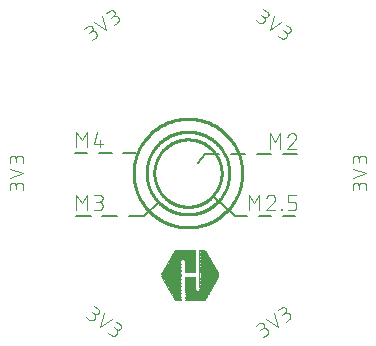
<source format=gbr>
G04 EAGLE Gerber RS-274X export*
G75*
%MOMM*%
%FSLAX34Y34*%
%LPD*%
%INSilkscreen Top*%
%IPPOS*%
%AMOC8*
5,1,8,0,0,1.08239X$1,22.5*%
G01*
%ADD10C,0.101600*%
%ADD11C,0.254000*%
%ADD12C,0.203200*%
%ADD13R,0.302256X0.017781*%
%ADD14R,1.529081X0.017781*%
%ADD15R,0.017775X0.017781*%
%ADD16R,0.017781X0.017781*%
%ADD17R,0.355600X0.017781*%
%ADD18R,1.582419X0.017781*%
%ADD19R,0.017775X0.017775*%
%ADD20R,0.017781X0.017775*%
%ADD21R,0.391156X0.017775*%
%ADD22R,1.635756X0.017775*%
%ADD23R,0.426719X0.017781*%
%ADD24R,1.653538X0.017781*%
%ADD25R,0.444500X0.017775*%
%ADD26R,1.689100X0.017775*%
%ADD27R,0.462275X0.017781*%
%ADD28R,1.706875X0.017781*%
%ADD29R,0.480056X0.017781*%
%ADD30R,1.724656X0.017781*%
%ADD31R,0.497838X0.017775*%
%ADD32R,1.724656X0.017775*%
%ADD33R,0.497838X0.017781*%
%ADD34R,1.742438X0.017781*%
%ADD35R,0.515619X0.017775*%
%ADD36R,1.760219X0.017775*%
%ADD37R,0.533400X0.017781*%
%ADD38R,1.760219X0.017781*%
%ADD39R,1.778000X0.017781*%
%ADD40R,0.551175X0.017775*%
%ADD41R,1.778000X0.017775*%
%ADD42R,0.551175X0.017781*%
%ADD43R,1.795775X0.017781*%
%ADD44R,0.568956X0.017775*%
%ADD45R,1.813556X0.017775*%
%ADD46R,0.586738X0.017781*%
%ADD47R,1.813556X0.017781*%
%ADD48R,1.831338X0.017781*%
%ADD49R,0.604519X0.017775*%
%ADD50R,1.831338X0.017775*%
%ADD51R,0.604519X0.017781*%
%ADD52R,1.849119X0.017781*%
%ADD53R,0.622300X0.017775*%
%ADD54R,1.849119X0.017775*%
%ADD55R,0.622300X0.017781*%
%ADD56R,1.866900X0.017781*%
%ADD57R,0.640075X0.017781*%
%ADD58R,1.884675X0.017781*%
%ADD59R,0.657856X0.017775*%
%ADD60R,1.884675X0.017775*%
%ADD61R,0.657856X0.017781*%
%ADD62R,1.902456X0.017781*%
%ADD63R,0.675638X0.017775*%
%ADD64R,1.902456X0.017775*%
%ADD65R,0.675638X0.017781*%
%ADD66R,1.920238X0.017781*%
%ADD67R,0.693419X0.017781*%
%ADD68R,1.938019X0.017781*%
%ADD69R,0.693419X0.017775*%
%ADD70R,1.938019X0.017775*%
%ADD71R,0.711200X0.017781*%
%ADD72R,1.955800X0.017781*%
%ADD73R,0.728975X0.017775*%
%ADD74R,1.955800X0.017775*%
%ADD75R,0.728975X0.017781*%
%ADD76R,1.973575X0.017781*%
%ADD77R,0.746756X0.017781*%
%ADD78R,0.746756X0.017775*%
%ADD79R,1.991356X0.017775*%
%ADD80R,0.764538X0.017781*%
%ADD81R,2.009138X0.017781*%
%ADD82R,0.764538X0.017775*%
%ADD83R,2.009138X0.017775*%
%ADD84R,0.782319X0.017781*%
%ADD85R,2.026919X0.017781*%
%ADD86R,0.800100X0.017781*%
%ADD87R,0.800100X0.017775*%
%ADD88R,2.044700X0.017775*%
%ADD89R,0.817875X0.017781*%
%ADD90R,0.817875X0.017775*%
%ADD91R,0.835656X0.017781*%
%ADD92R,2.044700X0.017781*%
%ADD93R,0.853438X0.017781*%
%ADD94R,2.062481X0.017781*%
%ADD95R,0.853438X0.017775*%
%ADD96R,2.080256X0.017775*%
%ADD97R,0.871219X0.017781*%
%ADD98R,2.080256X0.017781*%
%ADD99R,0.871219X0.017775*%
%ADD100R,2.098038X0.017775*%
%ADD101R,0.035556X0.017781*%
%ADD102R,0.889000X0.017781*%
%ADD103R,0.942338X0.017781*%
%ADD104R,1.013456X0.017781*%
%ADD105R,0.906781X0.017781*%
%ADD106R,0.995681X0.017781*%
%ADD107R,0.906775X0.017775*%
%ADD108R,0.889000X0.017775*%
%ADD109R,0.977900X0.017775*%
%ADD110R,0.924556X0.017781*%
%ADD111R,0.960119X0.017781*%
%ADD112R,0.924556X0.017775*%
%ADD113R,0.977900X0.017781*%
%ADD114R,0.960119X0.017775*%
%ADD115R,0.835656X0.017775*%
%ADD116R,0.817881X0.017781*%
%ADD117R,0.817881X0.017775*%
%ADD118R,0.995675X0.017781*%
%ADD119R,1.013456X0.017775*%
%ADD120R,1.031238X0.017781*%
%ADD121R,1.031238X0.017775*%
%ADD122R,1.049019X0.017781*%
%ADD123R,1.066800X0.017775*%
%ADD124R,1.066800X0.017781*%
%ADD125R,1.084575X0.017775*%
%ADD126R,1.084575X0.017781*%
%ADD127R,1.102356X0.017781*%
%ADD128R,1.102356X0.017775*%
%ADD129R,1.120138X0.017781*%
%ADD130R,1.137919X0.017775*%
%ADD131R,1.120138X0.017775*%
%ADD132R,1.137919X0.017781*%
%ADD133R,1.155700X0.017781*%
%ADD134R,1.155700X0.017775*%
%ADD135R,1.173475X0.017781*%
%ADD136R,1.173475X0.017775*%
%ADD137R,1.191256X0.017781*%
%ADD138R,1.209037X0.017781*%
%ADD139R,1.209037X0.017775*%
%ADD140R,1.226819X0.017781*%
%ADD141R,1.226819X0.017775*%
%ADD142R,1.244600X0.017781*%
%ADD143R,1.262375X0.017775*%
%ADD144R,1.244600X0.017775*%
%ADD145R,1.280156X0.017781*%
%ADD146R,1.262375X0.017781*%
%ADD147R,1.280156X0.017775*%
%ADD148R,1.297937X0.017781*%
%ADD149R,1.315719X0.017775*%
%ADD150R,1.297937X0.017775*%
%ADD151R,1.333500X0.017781*%
%ADD152R,1.315719X0.017781*%
%ADD153R,1.333500X0.017775*%
%ADD154R,1.351275X0.017781*%
%ADD155R,1.369056X0.017775*%
%ADD156R,1.351275X0.017775*%
%ADD157R,1.369056X0.017781*%
%ADD158R,1.386838X0.017775*%
%ADD159R,1.404619X0.017781*%
%ADD160R,1.386838X0.017781*%
%ADD161R,1.422400X0.017775*%
%ADD162R,1.404619X0.017775*%
%ADD163R,1.422400X0.017781*%
%ADD164R,1.440175X0.017775*%
%ADD165R,1.440175X0.017781*%
%ADD166R,1.457956X0.017781*%
%ADD167R,1.475738X0.017775*%
%ADD168R,1.457956X0.017775*%
%ADD169R,1.475738X0.017781*%
%ADD170R,1.493519X0.017775*%
%ADD171R,1.493519X0.017781*%
%ADD172R,1.511300X0.017781*%
%ADD173R,1.511300X0.017775*%
%ADD174R,1.529075X0.017781*%
%ADD175R,1.546856X0.017775*%
%ADD176R,0.782319X0.017775*%
%ADD177R,1.529075X0.017775*%
%ADD178R,1.546856X0.017781*%
%ADD179R,1.564638X0.017781*%
%ADD180R,1.564638X0.017775*%
%ADD181R,1.582419X0.017775*%
%ADD182R,1.600200X0.017781*%
%ADD183R,1.600200X0.017775*%
%ADD184R,1.617975X0.017781*%
%ADD185R,1.617975X0.017775*%
%ADD186R,1.049019X0.017775*%
%ADD187R,0.995675X0.017775*%
%ADD188R,0.942338X0.017775*%
%ADD189R,0.906775X0.017781*%
%ADD190R,0.053338X0.017775*%
%ADD191R,2.098038X0.017781*%
%ADD192R,2.026919X0.017775*%
%ADD193R,1.991356X0.017781*%
%ADD194R,1.973581X0.017775*%
%ADD195R,1.973581X0.017781*%
%ADD196R,0.711200X0.017775*%
%ADD197R,1.920238X0.017775*%
%ADD198R,1.884681X0.017781*%
%ADD199R,1.866900X0.017775*%
%ADD200R,0.640075X0.017775*%
%ADD201R,0.586738X0.017775*%
%ADD202R,1.795781X0.017781*%
%ADD203R,0.568956X0.017781*%
%ADD204R,1.795781X0.017775*%
%ADD205R,0.533400X0.017775*%
%ADD206R,0.035563X0.017781*%
%ADD207R,0.071119X0.017781*%
%ADD208R,1.671319X0.017781*%
%ADD209R,0.515619X0.017781*%
%ADD210R,0.124456X0.017775*%
%ADD211R,1.617981X0.017775*%
%ADD212R,0.142238X0.017781*%
%ADD213R,0.177800X0.017775*%
%ADD214R,1.529081X0.017775*%
%ADD215R,0.480056X0.017775*%
%ADD216R,0.213356X0.017781*%
%ADD217R,0.444500X0.017781*%
%ADD218R,0.248919X0.017781*%
%ADD219R,0.088900X0.017781*%
%ADD220R,1.440181X0.017781*%
%ADD221R,0.373375X0.017781*%
%ADD222R,0.284481X0.017775*%
%ADD223R,0.320038X0.017775*%
%ADD224R,0.177800X0.017781*%
%ADD225R,1.351281X0.017781*%
%ADD226R,0.231138X0.017781*%
%ADD227R,0.213356X0.017775*%
%ADD228R,0.320038X0.017781*%
%ADD229R,0.266700X0.017781*%
%ADD230R,1.262381X0.017781*%
%ADD231R,0.284481X0.017781*%
%ADD232R,0.053338X0.017781*%


D10*
X403428Y475532D02*
X406086Y473670D01*
X406180Y473607D01*
X406276Y473547D01*
X406374Y473490D01*
X406474Y473437D01*
X406576Y473387D01*
X406680Y473341D01*
X406785Y473299D01*
X406891Y473260D01*
X406999Y473225D01*
X407108Y473194D01*
X407218Y473166D01*
X407329Y473143D01*
X407440Y473123D01*
X407552Y473107D01*
X407665Y473095D01*
X407778Y473087D01*
X407891Y473083D01*
X408005Y473083D01*
X408118Y473087D01*
X408231Y473095D01*
X408344Y473107D01*
X408456Y473123D01*
X408567Y473143D01*
X408678Y473166D01*
X408788Y473194D01*
X408897Y473225D01*
X409005Y473260D01*
X409111Y473299D01*
X409216Y473341D01*
X409320Y473387D01*
X409422Y473437D01*
X409522Y473490D01*
X409620Y473547D01*
X409716Y473607D01*
X409810Y473670D01*
X409901Y473737D01*
X409991Y473806D01*
X410078Y473879D01*
X410162Y473955D01*
X410243Y474034D01*
X410322Y474115D01*
X410398Y474199D01*
X410471Y474286D01*
X410540Y474376D01*
X410607Y474467D01*
X410670Y474561D01*
X410730Y474657D01*
X410787Y474755D01*
X410840Y474855D01*
X410890Y474957D01*
X410936Y475061D01*
X410978Y475166D01*
X411017Y475272D01*
X411052Y475380D01*
X411083Y475489D01*
X411111Y475599D01*
X411134Y475710D01*
X411154Y475821D01*
X411170Y475933D01*
X411182Y476046D01*
X411190Y476159D01*
X411194Y476272D01*
X411194Y476386D01*
X411190Y476499D01*
X411182Y476612D01*
X411170Y476725D01*
X411154Y476837D01*
X411134Y476948D01*
X411111Y477059D01*
X411083Y477169D01*
X411052Y477278D01*
X411017Y477386D01*
X410978Y477492D01*
X410936Y477597D01*
X410890Y477701D01*
X410840Y477803D01*
X410787Y477903D01*
X410730Y478001D01*
X410670Y478097D01*
X410607Y478191D01*
X410540Y478282D01*
X410471Y478372D01*
X410398Y478459D01*
X410322Y478543D01*
X410243Y478624D01*
X410162Y478703D01*
X410078Y478779D01*
X409991Y478852D01*
X409902Y478921D01*
X409810Y478988D01*
X413320Y482869D02*
X410129Y485103D01*
X413319Y482869D02*
X413400Y482809D01*
X413479Y482747D01*
X413556Y482681D01*
X413630Y482613D01*
X413701Y482542D01*
X413769Y482468D01*
X413835Y482391D01*
X413897Y482312D01*
X413957Y482231D01*
X414013Y482147D01*
X414066Y482062D01*
X414115Y481974D01*
X414161Y481885D01*
X414204Y481793D01*
X414243Y481700D01*
X414278Y481606D01*
X414310Y481511D01*
X414338Y481414D01*
X414362Y481316D01*
X414382Y481218D01*
X414399Y481118D01*
X414411Y481018D01*
X414420Y480918D01*
X414425Y480818D01*
X414426Y480717D01*
X414423Y480616D01*
X414416Y480516D01*
X414405Y480416D01*
X414391Y480316D01*
X414372Y480217D01*
X414350Y480119D01*
X414324Y480022D01*
X414294Y479925D01*
X414261Y479831D01*
X414224Y479737D01*
X414183Y479645D01*
X414138Y479554D01*
X414091Y479466D01*
X414039Y479379D01*
X413985Y479295D01*
X413927Y479212D01*
X413866Y479132D01*
X413802Y479054D01*
X413735Y478979D01*
X413666Y478906D01*
X413593Y478837D01*
X413518Y478770D01*
X413440Y478706D01*
X413360Y478645D01*
X413277Y478587D01*
X413193Y478533D01*
X413106Y478481D01*
X413018Y478434D01*
X412927Y478389D01*
X412835Y478348D01*
X412741Y478311D01*
X412647Y478278D01*
X412550Y478248D01*
X412453Y478222D01*
X412355Y478200D01*
X412256Y478181D01*
X412156Y478167D01*
X412056Y478156D01*
X411956Y478149D01*
X411855Y478146D01*
X411754Y478147D01*
X411654Y478152D01*
X411554Y478161D01*
X411454Y478173D01*
X411354Y478190D01*
X411256Y478210D01*
X411158Y478234D01*
X411061Y478262D01*
X410966Y478294D01*
X410872Y478329D01*
X410779Y478368D01*
X410687Y478411D01*
X410598Y478457D01*
X410510Y478506D01*
X410425Y478559D01*
X410341Y478615D01*
X408214Y480105D01*
X418960Y478919D02*
X415449Y467114D01*
X425341Y474452D01*
X422153Y462420D02*
X424812Y460558D01*
X424906Y460495D01*
X425002Y460435D01*
X425100Y460378D01*
X425200Y460325D01*
X425302Y460275D01*
X425406Y460229D01*
X425511Y460187D01*
X425617Y460148D01*
X425725Y460113D01*
X425834Y460082D01*
X425944Y460054D01*
X426055Y460031D01*
X426166Y460011D01*
X426278Y459995D01*
X426391Y459983D01*
X426504Y459975D01*
X426617Y459971D01*
X426731Y459971D01*
X426844Y459975D01*
X426957Y459983D01*
X427070Y459995D01*
X427182Y460011D01*
X427293Y460031D01*
X427404Y460054D01*
X427514Y460082D01*
X427623Y460113D01*
X427731Y460148D01*
X427837Y460187D01*
X427942Y460229D01*
X428046Y460275D01*
X428148Y460325D01*
X428248Y460378D01*
X428346Y460435D01*
X428442Y460495D01*
X428536Y460558D01*
X428627Y460625D01*
X428717Y460694D01*
X428804Y460767D01*
X428888Y460843D01*
X428969Y460922D01*
X429048Y461003D01*
X429124Y461087D01*
X429197Y461174D01*
X429266Y461264D01*
X429333Y461355D01*
X429396Y461449D01*
X429456Y461545D01*
X429513Y461643D01*
X429566Y461743D01*
X429616Y461845D01*
X429662Y461949D01*
X429704Y462054D01*
X429743Y462160D01*
X429778Y462268D01*
X429809Y462377D01*
X429837Y462487D01*
X429860Y462598D01*
X429880Y462709D01*
X429896Y462821D01*
X429908Y462934D01*
X429916Y463047D01*
X429920Y463160D01*
X429920Y463274D01*
X429916Y463387D01*
X429908Y463500D01*
X429896Y463613D01*
X429880Y463725D01*
X429860Y463836D01*
X429837Y463947D01*
X429809Y464057D01*
X429778Y464166D01*
X429743Y464274D01*
X429704Y464380D01*
X429662Y464485D01*
X429616Y464589D01*
X429566Y464691D01*
X429513Y464791D01*
X429456Y464889D01*
X429396Y464985D01*
X429333Y465079D01*
X429266Y465170D01*
X429197Y465260D01*
X429124Y465347D01*
X429048Y465431D01*
X428969Y465512D01*
X428888Y465591D01*
X428804Y465667D01*
X428717Y465740D01*
X428628Y465809D01*
X428536Y465876D01*
X432045Y469757D02*
X428855Y471991D01*
X432045Y469757D02*
X432126Y469697D01*
X432205Y469635D01*
X432282Y469569D01*
X432356Y469501D01*
X432427Y469430D01*
X432495Y469356D01*
X432561Y469279D01*
X432623Y469200D01*
X432683Y469119D01*
X432739Y469035D01*
X432792Y468950D01*
X432841Y468862D01*
X432887Y468773D01*
X432930Y468681D01*
X432969Y468588D01*
X433004Y468494D01*
X433036Y468399D01*
X433064Y468302D01*
X433088Y468204D01*
X433108Y468106D01*
X433125Y468006D01*
X433137Y467906D01*
X433146Y467806D01*
X433151Y467706D01*
X433152Y467605D01*
X433149Y467504D01*
X433142Y467404D01*
X433131Y467304D01*
X433117Y467204D01*
X433098Y467105D01*
X433076Y467007D01*
X433050Y466910D01*
X433020Y466813D01*
X432987Y466719D01*
X432950Y466625D01*
X432909Y466533D01*
X432864Y466442D01*
X432817Y466354D01*
X432765Y466267D01*
X432711Y466183D01*
X432653Y466100D01*
X432592Y466020D01*
X432528Y465942D01*
X432461Y465867D01*
X432392Y465794D01*
X432319Y465725D01*
X432244Y465658D01*
X432166Y465594D01*
X432086Y465533D01*
X432003Y465475D01*
X431919Y465421D01*
X431832Y465369D01*
X431744Y465322D01*
X431653Y465277D01*
X431561Y465236D01*
X431467Y465199D01*
X431373Y465166D01*
X431276Y465136D01*
X431179Y465110D01*
X431081Y465088D01*
X430982Y465069D01*
X430882Y465055D01*
X430782Y465044D01*
X430682Y465037D01*
X430581Y465034D01*
X430480Y465035D01*
X430380Y465040D01*
X430280Y465049D01*
X430180Y465061D01*
X430080Y465078D01*
X429982Y465098D01*
X429884Y465122D01*
X429787Y465150D01*
X429692Y465182D01*
X429598Y465217D01*
X429505Y465256D01*
X429413Y465299D01*
X429324Y465345D01*
X429236Y465394D01*
X429151Y465447D01*
X429067Y465503D01*
X426940Y466993D01*
X497242Y334770D02*
X497242Y331524D01*
X497242Y334770D02*
X497240Y334883D01*
X497234Y334996D01*
X497224Y335109D01*
X497210Y335222D01*
X497193Y335334D01*
X497171Y335445D01*
X497146Y335555D01*
X497116Y335665D01*
X497083Y335773D01*
X497046Y335880D01*
X497006Y335986D01*
X496961Y336090D01*
X496913Y336193D01*
X496862Y336294D01*
X496807Y336393D01*
X496749Y336490D01*
X496687Y336585D01*
X496622Y336678D01*
X496554Y336768D01*
X496483Y336856D01*
X496408Y336942D01*
X496331Y337025D01*
X496251Y337105D01*
X496168Y337182D01*
X496082Y337257D01*
X495994Y337328D01*
X495904Y337396D01*
X495811Y337461D01*
X495716Y337523D01*
X495619Y337581D01*
X495520Y337636D01*
X495419Y337687D01*
X495316Y337735D01*
X495212Y337780D01*
X495106Y337820D01*
X494999Y337857D01*
X494891Y337890D01*
X494781Y337920D01*
X494671Y337945D01*
X494560Y337967D01*
X494448Y337984D01*
X494335Y337998D01*
X494222Y338008D01*
X494109Y338014D01*
X493996Y338016D01*
X493883Y338014D01*
X493770Y338008D01*
X493657Y337998D01*
X493544Y337984D01*
X493432Y337967D01*
X493321Y337945D01*
X493211Y337920D01*
X493101Y337890D01*
X492993Y337857D01*
X492886Y337820D01*
X492780Y337780D01*
X492676Y337735D01*
X492573Y337687D01*
X492472Y337636D01*
X492373Y337581D01*
X492276Y337523D01*
X492181Y337461D01*
X492088Y337396D01*
X491998Y337328D01*
X491910Y337257D01*
X491824Y337182D01*
X491741Y337105D01*
X491661Y337025D01*
X491584Y336942D01*
X491509Y336856D01*
X491438Y336768D01*
X491370Y336678D01*
X491305Y336585D01*
X491243Y336490D01*
X491185Y336393D01*
X491130Y336294D01*
X491079Y336193D01*
X491031Y336090D01*
X490986Y335986D01*
X490946Y335880D01*
X490909Y335773D01*
X490876Y335665D01*
X490846Y335555D01*
X490821Y335445D01*
X490799Y335334D01*
X490782Y335222D01*
X490768Y335109D01*
X490758Y334996D01*
X490752Y334883D01*
X490750Y334770D01*
X485558Y335419D02*
X485558Y331524D01*
X485558Y335419D02*
X485560Y335520D01*
X485566Y335620D01*
X485576Y335720D01*
X485589Y335820D01*
X485607Y335919D01*
X485628Y336018D01*
X485653Y336115D01*
X485682Y336212D01*
X485715Y336307D01*
X485751Y336401D01*
X485791Y336493D01*
X485834Y336584D01*
X485881Y336673D01*
X485931Y336760D01*
X485985Y336846D01*
X486042Y336929D01*
X486102Y337009D01*
X486165Y337088D01*
X486232Y337164D01*
X486301Y337237D01*
X486373Y337307D01*
X486447Y337375D01*
X486524Y337440D01*
X486604Y337501D01*
X486686Y337560D01*
X486770Y337615D01*
X486856Y337667D01*
X486944Y337716D01*
X487034Y337761D01*
X487126Y337803D01*
X487219Y337841D01*
X487314Y337875D01*
X487409Y337906D01*
X487506Y337933D01*
X487604Y337956D01*
X487703Y337976D01*
X487803Y337991D01*
X487903Y338003D01*
X488003Y338011D01*
X488104Y338015D01*
X488204Y338015D01*
X488305Y338011D01*
X488405Y338003D01*
X488505Y337991D01*
X488605Y337976D01*
X488704Y337956D01*
X488802Y337933D01*
X488899Y337906D01*
X488994Y337875D01*
X489089Y337841D01*
X489182Y337803D01*
X489274Y337761D01*
X489364Y337716D01*
X489452Y337667D01*
X489538Y337615D01*
X489622Y337560D01*
X489704Y337501D01*
X489784Y337440D01*
X489861Y337375D01*
X489935Y337307D01*
X490007Y337237D01*
X490076Y337164D01*
X490143Y337088D01*
X490206Y337009D01*
X490266Y336929D01*
X490323Y336846D01*
X490377Y336760D01*
X490427Y336673D01*
X490474Y336584D01*
X490517Y336493D01*
X490557Y336401D01*
X490593Y336307D01*
X490626Y336212D01*
X490655Y336115D01*
X490680Y336018D01*
X490701Y335919D01*
X490719Y335820D01*
X490732Y335720D01*
X490742Y335620D01*
X490748Y335520D01*
X490750Y335419D01*
X490751Y335419D02*
X490751Y332823D01*
X485558Y342305D02*
X497242Y346200D01*
X485558Y350095D01*
X497242Y354384D02*
X497242Y357630D01*
X497240Y357743D01*
X497234Y357856D01*
X497224Y357969D01*
X497210Y358082D01*
X497193Y358194D01*
X497171Y358305D01*
X497146Y358415D01*
X497116Y358525D01*
X497083Y358633D01*
X497046Y358740D01*
X497006Y358846D01*
X496961Y358950D01*
X496913Y359053D01*
X496862Y359154D01*
X496807Y359253D01*
X496749Y359350D01*
X496687Y359445D01*
X496622Y359538D01*
X496554Y359628D01*
X496483Y359716D01*
X496408Y359802D01*
X496331Y359885D01*
X496251Y359965D01*
X496168Y360042D01*
X496082Y360117D01*
X495994Y360188D01*
X495904Y360256D01*
X495811Y360321D01*
X495716Y360383D01*
X495619Y360441D01*
X495520Y360496D01*
X495419Y360547D01*
X495316Y360595D01*
X495212Y360640D01*
X495106Y360680D01*
X494999Y360717D01*
X494891Y360750D01*
X494781Y360780D01*
X494671Y360805D01*
X494560Y360827D01*
X494448Y360844D01*
X494335Y360858D01*
X494222Y360868D01*
X494109Y360874D01*
X493996Y360876D01*
X493883Y360874D01*
X493770Y360868D01*
X493657Y360858D01*
X493544Y360844D01*
X493432Y360827D01*
X493321Y360805D01*
X493211Y360780D01*
X493101Y360750D01*
X492993Y360717D01*
X492886Y360680D01*
X492780Y360640D01*
X492676Y360595D01*
X492573Y360547D01*
X492472Y360496D01*
X492373Y360441D01*
X492276Y360383D01*
X492181Y360321D01*
X492088Y360256D01*
X491998Y360188D01*
X491910Y360117D01*
X491824Y360042D01*
X491741Y359965D01*
X491661Y359885D01*
X491584Y359802D01*
X491509Y359716D01*
X491438Y359628D01*
X491370Y359538D01*
X491305Y359445D01*
X491243Y359350D01*
X491185Y359253D01*
X491130Y359154D01*
X491079Y359053D01*
X491031Y358950D01*
X490986Y358846D01*
X490946Y358740D01*
X490909Y358633D01*
X490876Y358525D01*
X490846Y358415D01*
X490821Y358305D01*
X490799Y358194D01*
X490782Y358082D01*
X490768Y357969D01*
X490758Y357856D01*
X490752Y357743D01*
X490750Y357630D01*
X485558Y358279D02*
X485558Y354384D01*
X485558Y358279D02*
X485560Y358380D01*
X485566Y358480D01*
X485576Y358580D01*
X485589Y358680D01*
X485607Y358779D01*
X485628Y358878D01*
X485653Y358975D01*
X485682Y359072D01*
X485715Y359167D01*
X485751Y359261D01*
X485791Y359353D01*
X485834Y359444D01*
X485881Y359533D01*
X485931Y359620D01*
X485985Y359706D01*
X486042Y359789D01*
X486102Y359869D01*
X486165Y359948D01*
X486232Y360024D01*
X486301Y360097D01*
X486373Y360167D01*
X486447Y360235D01*
X486524Y360300D01*
X486604Y360361D01*
X486686Y360420D01*
X486770Y360475D01*
X486856Y360527D01*
X486944Y360576D01*
X487034Y360621D01*
X487126Y360663D01*
X487219Y360701D01*
X487314Y360735D01*
X487409Y360766D01*
X487506Y360793D01*
X487604Y360816D01*
X487703Y360836D01*
X487803Y360851D01*
X487903Y360863D01*
X488003Y360871D01*
X488104Y360875D01*
X488204Y360875D01*
X488305Y360871D01*
X488405Y360863D01*
X488505Y360851D01*
X488605Y360836D01*
X488704Y360816D01*
X488802Y360793D01*
X488899Y360766D01*
X488994Y360735D01*
X489089Y360701D01*
X489182Y360663D01*
X489274Y360621D01*
X489364Y360576D01*
X489452Y360527D01*
X489538Y360475D01*
X489622Y360420D01*
X489704Y360361D01*
X489784Y360300D01*
X489861Y360235D01*
X489935Y360167D01*
X490007Y360097D01*
X490076Y360024D01*
X490143Y359948D01*
X490206Y359869D01*
X490266Y359789D01*
X490323Y359706D01*
X490377Y359620D01*
X490427Y359533D01*
X490474Y359444D01*
X490517Y359353D01*
X490557Y359261D01*
X490593Y359167D01*
X490626Y359072D01*
X490655Y358975D01*
X490680Y358878D01*
X490701Y358779D01*
X490719Y358680D01*
X490732Y358580D01*
X490742Y358480D01*
X490748Y358380D01*
X490750Y358279D01*
X490751Y358279D02*
X490751Y355683D01*
X412788Y209159D02*
X410129Y207297D01*
X412788Y209158D02*
X412879Y209225D01*
X412969Y209294D01*
X413056Y209367D01*
X413140Y209443D01*
X413221Y209522D01*
X413300Y209603D01*
X413376Y209687D01*
X413449Y209774D01*
X413518Y209864D01*
X413585Y209955D01*
X413648Y210049D01*
X413708Y210145D01*
X413765Y210243D01*
X413818Y210343D01*
X413868Y210445D01*
X413914Y210549D01*
X413956Y210654D01*
X413995Y210760D01*
X414030Y210868D01*
X414061Y210977D01*
X414089Y211087D01*
X414112Y211198D01*
X414132Y211309D01*
X414148Y211421D01*
X414160Y211534D01*
X414168Y211647D01*
X414172Y211760D01*
X414172Y211874D01*
X414168Y211987D01*
X414160Y212100D01*
X414148Y212213D01*
X414132Y212325D01*
X414112Y212436D01*
X414089Y212547D01*
X414061Y212657D01*
X414030Y212766D01*
X413995Y212874D01*
X413956Y212980D01*
X413914Y213085D01*
X413868Y213189D01*
X413818Y213291D01*
X413765Y213391D01*
X413708Y213489D01*
X413648Y213585D01*
X413585Y213679D01*
X413518Y213770D01*
X413449Y213860D01*
X413376Y213947D01*
X413300Y214031D01*
X413221Y214112D01*
X413140Y214191D01*
X413056Y214267D01*
X412969Y214340D01*
X412880Y214409D01*
X412788Y214476D01*
X412694Y214539D01*
X412598Y214599D01*
X412500Y214656D01*
X412400Y214709D01*
X412298Y214759D01*
X412194Y214805D01*
X412089Y214847D01*
X411983Y214886D01*
X411875Y214921D01*
X411766Y214952D01*
X411656Y214980D01*
X411545Y215003D01*
X411434Y215023D01*
X411322Y215039D01*
X411209Y215051D01*
X411096Y215059D01*
X410983Y215063D01*
X410869Y215063D01*
X410756Y215059D01*
X410643Y215051D01*
X410530Y215039D01*
X410418Y215023D01*
X410307Y215003D01*
X410196Y214980D01*
X410086Y214952D01*
X409977Y214921D01*
X409869Y214886D01*
X409763Y214847D01*
X409658Y214805D01*
X409554Y214759D01*
X409452Y214709D01*
X409352Y214656D01*
X409254Y214599D01*
X409158Y214539D01*
X409064Y214476D01*
X406618Y219102D02*
X403428Y216868D01*
X406618Y219102D02*
X406702Y219158D01*
X406787Y219211D01*
X406875Y219260D01*
X406964Y219306D01*
X407056Y219349D01*
X407149Y219388D01*
X407243Y219423D01*
X407338Y219455D01*
X407435Y219483D01*
X407533Y219507D01*
X407631Y219527D01*
X407731Y219544D01*
X407831Y219556D01*
X407931Y219565D01*
X408032Y219570D01*
X408132Y219571D01*
X408233Y219568D01*
X408333Y219561D01*
X408433Y219550D01*
X408533Y219536D01*
X408632Y219517D01*
X408730Y219495D01*
X408827Y219469D01*
X408924Y219439D01*
X409019Y219406D01*
X409112Y219369D01*
X409204Y219328D01*
X409295Y219283D01*
X409383Y219236D01*
X409470Y219184D01*
X409554Y219130D01*
X409637Y219072D01*
X409717Y219011D01*
X409795Y218947D01*
X409870Y218880D01*
X409943Y218811D01*
X410012Y218738D01*
X410079Y218663D01*
X410143Y218585D01*
X410204Y218505D01*
X410262Y218422D01*
X410316Y218338D01*
X410368Y218251D01*
X410415Y218163D01*
X410460Y218072D01*
X410501Y217980D01*
X410538Y217886D01*
X410571Y217792D01*
X410601Y217695D01*
X410627Y217598D01*
X410649Y217500D01*
X410668Y217401D01*
X410682Y217301D01*
X410693Y217201D01*
X410700Y217101D01*
X410703Y217000D01*
X410702Y216900D01*
X410697Y216799D01*
X410688Y216699D01*
X410676Y216599D01*
X410659Y216499D01*
X410639Y216401D01*
X410615Y216303D01*
X410587Y216206D01*
X410555Y216111D01*
X410520Y216017D01*
X410481Y215924D01*
X410438Y215832D01*
X410392Y215743D01*
X410343Y215655D01*
X410290Y215570D01*
X410234Y215486D01*
X410174Y215405D01*
X410112Y215326D01*
X410046Y215249D01*
X409978Y215175D01*
X409907Y215104D01*
X409833Y215036D01*
X409756Y214970D01*
X409677Y214908D01*
X409596Y214848D01*
X407470Y213359D01*
X412259Y223052D02*
X422151Y215714D01*
X418639Y227519D01*
X428855Y220409D02*
X431514Y222270D01*
X431605Y222337D01*
X431695Y222406D01*
X431782Y222479D01*
X431866Y222555D01*
X431947Y222634D01*
X432026Y222715D01*
X432102Y222799D01*
X432175Y222886D01*
X432244Y222976D01*
X432311Y223067D01*
X432374Y223161D01*
X432434Y223257D01*
X432491Y223355D01*
X432544Y223455D01*
X432594Y223557D01*
X432640Y223661D01*
X432682Y223766D01*
X432721Y223872D01*
X432756Y223980D01*
X432787Y224089D01*
X432815Y224199D01*
X432838Y224310D01*
X432858Y224421D01*
X432874Y224533D01*
X432886Y224646D01*
X432894Y224759D01*
X432898Y224872D01*
X432898Y224986D01*
X432894Y225099D01*
X432886Y225212D01*
X432874Y225325D01*
X432858Y225437D01*
X432838Y225548D01*
X432815Y225659D01*
X432787Y225769D01*
X432756Y225878D01*
X432721Y225986D01*
X432682Y226092D01*
X432640Y226197D01*
X432594Y226301D01*
X432544Y226403D01*
X432491Y226503D01*
X432434Y226601D01*
X432374Y226697D01*
X432311Y226791D01*
X432244Y226882D01*
X432175Y226972D01*
X432102Y227059D01*
X432026Y227143D01*
X431947Y227224D01*
X431866Y227303D01*
X431782Y227379D01*
X431695Y227452D01*
X431606Y227521D01*
X431514Y227588D01*
X431420Y227651D01*
X431324Y227711D01*
X431226Y227768D01*
X431126Y227821D01*
X431024Y227871D01*
X430920Y227917D01*
X430815Y227959D01*
X430709Y227998D01*
X430601Y228033D01*
X430492Y228064D01*
X430382Y228092D01*
X430271Y228115D01*
X430160Y228135D01*
X430048Y228151D01*
X429935Y228163D01*
X429822Y228171D01*
X429709Y228175D01*
X429595Y228175D01*
X429482Y228171D01*
X429369Y228163D01*
X429256Y228151D01*
X429144Y228135D01*
X429033Y228115D01*
X428922Y228092D01*
X428812Y228064D01*
X428703Y228033D01*
X428595Y227998D01*
X428489Y227959D01*
X428384Y227917D01*
X428280Y227871D01*
X428178Y227821D01*
X428078Y227768D01*
X427980Y227711D01*
X427884Y227651D01*
X427790Y227588D01*
X425344Y232214D02*
X422153Y229980D01*
X425344Y232214D02*
X425428Y232270D01*
X425513Y232323D01*
X425601Y232372D01*
X425690Y232418D01*
X425782Y232461D01*
X425875Y232500D01*
X425969Y232535D01*
X426064Y232567D01*
X426161Y232595D01*
X426259Y232619D01*
X426357Y232639D01*
X426457Y232656D01*
X426557Y232668D01*
X426657Y232677D01*
X426758Y232682D01*
X426858Y232683D01*
X426959Y232680D01*
X427059Y232673D01*
X427159Y232662D01*
X427259Y232648D01*
X427358Y232629D01*
X427456Y232607D01*
X427553Y232581D01*
X427650Y232551D01*
X427745Y232518D01*
X427838Y232481D01*
X427930Y232440D01*
X428021Y232395D01*
X428109Y232348D01*
X428196Y232296D01*
X428280Y232242D01*
X428363Y232184D01*
X428443Y232123D01*
X428521Y232059D01*
X428596Y231992D01*
X428669Y231923D01*
X428738Y231850D01*
X428805Y231775D01*
X428869Y231697D01*
X428930Y231617D01*
X428988Y231534D01*
X429042Y231450D01*
X429094Y231363D01*
X429141Y231275D01*
X429186Y231184D01*
X429227Y231092D01*
X429264Y230998D01*
X429297Y230904D01*
X429327Y230807D01*
X429353Y230710D01*
X429375Y230612D01*
X429394Y230513D01*
X429408Y230413D01*
X429419Y230313D01*
X429426Y230213D01*
X429429Y230112D01*
X429428Y230012D01*
X429423Y229911D01*
X429414Y229811D01*
X429402Y229711D01*
X429385Y229611D01*
X429365Y229513D01*
X429341Y229415D01*
X429313Y229318D01*
X429281Y229223D01*
X429246Y229129D01*
X429207Y229036D01*
X429164Y228944D01*
X429118Y228855D01*
X429069Y228767D01*
X429016Y228682D01*
X428960Y228598D01*
X428900Y228517D01*
X428838Y228438D01*
X428772Y228361D01*
X428704Y228287D01*
X428633Y228216D01*
X428559Y228148D01*
X428482Y228082D01*
X428403Y228020D01*
X428322Y227960D01*
X426195Y226471D01*
X206842Y331524D02*
X206842Y334770D01*
X206840Y334883D01*
X206834Y334996D01*
X206824Y335109D01*
X206810Y335222D01*
X206793Y335334D01*
X206771Y335445D01*
X206746Y335555D01*
X206716Y335665D01*
X206683Y335773D01*
X206646Y335880D01*
X206606Y335986D01*
X206561Y336090D01*
X206513Y336193D01*
X206462Y336294D01*
X206407Y336393D01*
X206349Y336490D01*
X206287Y336585D01*
X206222Y336678D01*
X206154Y336768D01*
X206083Y336856D01*
X206008Y336942D01*
X205931Y337025D01*
X205851Y337105D01*
X205768Y337182D01*
X205682Y337257D01*
X205594Y337328D01*
X205504Y337396D01*
X205411Y337461D01*
X205316Y337523D01*
X205219Y337581D01*
X205120Y337636D01*
X205019Y337687D01*
X204916Y337735D01*
X204812Y337780D01*
X204706Y337820D01*
X204599Y337857D01*
X204491Y337890D01*
X204381Y337920D01*
X204271Y337945D01*
X204160Y337967D01*
X204048Y337984D01*
X203935Y337998D01*
X203822Y338008D01*
X203709Y338014D01*
X203596Y338016D01*
X203483Y338014D01*
X203370Y338008D01*
X203257Y337998D01*
X203144Y337984D01*
X203032Y337967D01*
X202921Y337945D01*
X202811Y337920D01*
X202701Y337890D01*
X202593Y337857D01*
X202486Y337820D01*
X202380Y337780D01*
X202276Y337735D01*
X202173Y337687D01*
X202072Y337636D01*
X201973Y337581D01*
X201876Y337523D01*
X201781Y337461D01*
X201688Y337396D01*
X201598Y337328D01*
X201510Y337257D01*
X201424Y337182D01*
X201341Y337105D01*
X201261Y337025D01*
X201184Y336942D01*
X201109Y336856D01*
X201038Y336768D01*
X200970Y336678D01*
X200905Y336585D01*
X200843Y336490D01*
X200785Y336393D01*
X200730Y336294D01*
X200679Y336193D01*
X200631Y336090D01*
X200586Y335986D01*
X200546Y335880D01*
X200509Y335773D01*
X200476Y335665D01*
X200446Y335555D01*
X200421Y335445D01*
X200399Y335334D01*
X200382Y335222D01*
X200368Y335109D01*
X200358Y334996D01*
X200352Y334883D01*
X200350Y334770D01*
X195158Y335419D02*
X195158Y331524D01*
X195158Y335419D02*
X195160Y335520D01*
X195166Y335620D01*
X195176Y335720D01*
X195189Y335820D01*
X195207Y335919D01*
X195228Y336018D01*
X195253Y336115D01*
X195282Y336212D01*
X195315Y336307D01*
X195351Y336401D01*
X195391Y336493D01*
X195434Y336584D01*
X195481Y336673D01*
X195531Y336760D01*
X195585Y336846D01*
X195642Y336929D01*
X195702Y337009D01*
X195765Y337088D01*
X195832Y337164D01*
X195901Y337237D01*
X195973Y337307D01*
X196047Y337375D01*
X196124Y337440D01*
X196204Y337501D01*
X196286Y337560D01*
X196370Y337615D01*
X196456Y337667D01*
X196544Y337716D01*
X196634Y337761D01*
X196726Y337803D01*
X196819Y337841D01*
X196914Y337875D01*
X197009Y337906D01*
X197106Y337933D01*
X197204Y337956D01*
X197303Y337976D01*
X197403Y337991D01*
X197503Y338003D01*
X197603Y338011D01*
X197704Y338015D01*
X197804Y338015D01*
X197905Y338011D01*
X198005Y338003D01*
X198105Y337991D01*
X198205Y337976D01*
X198304Y337956D01*
X198402Y337933D01*
X198499Y337906D01*
X198594Y337875D01*
X198689Y337841D01*
X198782Y337803D01*
X198874Y337761D01*
X198964Y337716D01*
X199052Y337667D01*
X199138Y337615D01*
X199222Y337560D01*
X199304Y337501D01*
X199384Y337440D01*
X199461Y337375D01*
X199535Y337307D01*
X199607Y337237D01*
X199676Y337164D01*
X199743Y337088D01*
X199806Y337009D01*
X199866Y336929D01*
X199923Y336846D01*
X199977Y336760D01*
X200027Y336673D01*
X200074Y336584D01*
X200117Y336493D01*
X200157Y336401D01*
X200193Y336307D01*
X200226Y336212D01*
X200255Y336115D01*
X200280Y336018D01*
X200301Y335919D01*
X200319Y335820D01*
X200332Y335720D01*
X200342Y335620D01*
X200348Y335520D01*
X200350Y335419D01*
X200351Y335419D02*
X200351Y332823D01*
X195158Y342305D02*
X206842Y346200D01*
X195158Y350095D01*
X206842Y354384D02*
X206842Y357630D01*
X206840Y357743D01*
X206834Y357856D01*
X206824Y357969D01*
X206810Y358082D01*
X206793Y358194D01*
X206771Y358305D01*
X206746Y358415D01*
X206716Y358525D01*
X206683Y358633D01*
X206646Y358740D01*
X206606Y358846D01*
X206561Y358950D01*
X206513Y359053D01*
X206462Y359154D01*
X206407Y359253D01*
X206349Y359350D01*
X206287Y359445D01*
X206222Y359538D01*
X206154Y359628D01*
X206083Y359716D01*
X206008Y359802D01*
X205931Y359885D01*
X205851Y359965D01*
X205768Y360042D01*
X205682Y360117D01*
X205594Y360188D01*
X205504Y360256D01*
X205411Y360321D01*
X205316Y360383D01*
X205219Y360441D01*
X205120Y360496D01*
X205019Y360547D01*
X204916Y360595D01*
X204812Y360640D01*
X204706Y360680D01*
X204599Y360717D01*
X204491Y360750D01*
X204381Y360780D01*
X204271Y360805D01*
X204160Y360827D01*
X204048Y360844D01*
X203935Y360858D01*
X203822Y360868D01*
X203709Y360874D01*
X203596Y360876D01*
X203483Y360874D01*
X203370Y360868D01*
X203257Y360858D01*
X203144Y360844D01*
X203032Y360827D01*
X202921Y360805D01*
X202811Y360780D01*
X202701Y360750D01*
X202593Y360717D01*
X202486Y360680D01*
X202380Y360640D01*
X202276Y360595D01*
X202173Y360547D01*
X202072Y360496D01*
X201973Y360441D01*
X201876Y360383D01*
X201781Y360321D01*
X201688Y360256D01*
X201598Y360188D01*
X201510Y360117D01*
X201424Y360042D01*
X201341Y359965D01*
X201261Y359885D01*
X201184Y359802D01*
X201109Y359716D01*
X201038Y359628D01*
X200970Y359538D01*
X200905Y359445D01*
X200843Y359350D01*
X200785Y359253D01*
X200730Y359154D01*
X200679Y359053D01*
X200631Y358950D01*
X200586Y358846D01*
X200546Y358740D01*
X200509Y358633D01*
X200476Y358525D01*
X200446Y358415D01*
X200421Y358305D01*
X200399Y358194D01*
X200382Y358082D01*
X200368Y357969D01*
X200358Y357856D01*
X200352Y357743D01*
X200350Y357630D01*
X195158Y358279D02*
X195158Y354384D01*
X195158Y358279D02*
X195160Y358380D01*
X195166Y358480D01*
X195176Y358580D01*
X195189Y358680D01*
X195207Y358779D01*
X195228Y358878D01*
X195253Y358975D01*
X195282Y359072D01*
X195315Y359167D01*
X195351Y359261D01*
X195391Y359353D01*
X195434Y359444D01*
X195481Y359533D01*
X195531Y359620D01*
X195585Y359706D01*
X195642Y359789D01*
X195702Y359869D01*
X195765Y359948D01*
X195832Y360024D01*
X195901Y360097D01*
X195973Y360167D01*
X196047Y360235D01*
X196124Y360300D01*
X196204Y360361D01*
X196286Y360420D01*
X196370Y360475D01*
X196456Y360527D01*
X196544Y360576D01*
X196634Y360621D01*
X196726Y360663D01*
X196819Y360701D01*
X196914Y360735D01*
X197009Y360766D01*
X197106Y360793D01*
X197204Y360816D01*
X197303Y360836D01*
X197403Y360851D01*
X197503Y360863D01*
X197603Y360871D01*
X197704Y360875D01*
X197804Y360875D01*
X197905Y360871D01*
X198005Y360863D01*
X198105Y360851D01*
X198205Y360836D01*
X198304Y360816D01*
X198402Y360793D01*
X198499Y360766D01*
X198594Y360735D01*
X198689Y360701D01*
X198782Y360663D01*
X198874Y360621D01*
X198964Y360576D01*
X199052Y360527D01*
X199138Y360475D01*
X199222Y360420D01*
X199304Y360361D01*
X199384Y360300D01*
X199461Y360235D01*
X199535Y360167D01*
X199607Y360097D01*
X199676Y360024D01*
X199743Y359948D01*
X199806Y359869D01*
X199866Y359789D01*
X199923Y359706D01*
X199977Y359620D01*
X200027Y359533D01*
X200074Y359444D01*
X200117Y359353D01*
X200157Y359261D01*
X200193Y359167D01*
X200226Y359072D01*
X200255Y358975D01*
X200280Y358878D01*
X200301Y358779D01*
X200319Y358680D01*
X200332Y358580D01*
X200342Y358480D01*
X200348Y358380D01*
X200350Y358279D01*
X200351Y358279D02*
X200351Y355683D01*
X264929Y458697D02*
X267588Y460559D01*
X267588Y460558D02*
X267679Y460625D01*
X267769Y460694D01*
X267856Y460767D01*
X267940Y460843D01*
X268021Y460922D01*
X268100Y461003D01*
X268176Y461087D01*
X268249Y461174D01*
X268318Y461264D01*
X268385Y461355D01*
X268448Y461449D01*
X268508Y461545D01*
X268565Y461643D01*
X268618Y461743D01*
X268668Y461845D01*
X268714Y461949D01*
X268756Y462054D01*
X268795Y462160D01*
X268830Y462268D01*
X268861Y462377D01*
X268889Y462487D01*
X268912Y462598D01*
X268932Y462709D01*
X268948Y462821D01*
X268960Y462934D01*
X268968Y463047D01*
X268972Y463160D01*
X268972Y463274D01*
X268968Y463387D01*
X268960Y463500D01*
X268948Y463613D01*
X268932Y463725D01*
X268912Y463836D01*
X268889Y463947D01*
X268861Y464057D01*
X268830Y464166D01*
X268795Y464274D01*
X268756Y464380D01*
X268714Y464485D01*
X268668Y464589D01*
X268618Y464691D01*
X268565Y464791D01*
X268508Y464889D01*
X268448Y464985D01*
X268385Y465079D01*
X268318Y465170D01*
X268249Y465260D01*
X268176Y465347D01*
X268100Y465431D01*
X268021Y465512D01*
X267940Y465591D01*
X267856Y465667D01*
X267769Y465740D01*
X267680Y465809D01*
X267588Y465876D01*
X267494Y465939D01*
X267398Y465999D01*
X267300Y466056D01*
X267200Y466109D01*
X267098Y466159D01*
X266994Y466205D01*
X266889Y466247D01*
X266783Y466286D01*
X266675Y466321D01*
X266566Y466352D01*
X266456Y466380D01*
X266345Y466403D01*
X266234Y466423D01*
X266122Y466439D01*
X266009Y466451D01*
X265896Y466459D01*
X265783Y466463D01*
X265669Y466463D01*
X265556Y466459D01*
X265443Y466451D01*
X265330Y466439D01*
X265218Y466423D01*
X265107Y466403D01*
X264996Y466380D01*
X264886Y466352D01*
X264777Y466321D01*
X264669Y466286D01*
X264563Y466247D01*
X264458Y466205D01*
X264354Y466159D01*
X264252Y466109D01*
X264152Y466056D01*
X264054Y465999D01*
X263958Y465939D01*
X263864Y465876D01*
X261418Y470502D02*
X258228Y468268D01*
X261418Y470502D02*
X261502Y470558D01*
X261587Y470611D01*
X261675Y470660D01*
X261764Y470706D01*
X261856Y470749D01*
X261949Y470788D01*
X262043Y470823D01*
X262138Y470855D01*
X262235Y470883D01*
X262333Y470907D01*
X262431Y470927D01*
X262531Y470944D01*
X262631Y470956D01*
X262731Y470965D01*
X262832Y470970D01*
X262932Y470971D01*
X263033Y470968D01*
X263133Y470961D01*
X263233Y470950D01*
X263333Y470936D01*
X263432Y470917D01*
X263530Y470895D01*
X263627Y470869D01*
X263724Y470839D01*
X263819Y470806D01*
X263912Y470769D01*
X264004Y470728D01*
X264095Y470683D01*
X264183Y470636D01*
X264270Y470584D01*
X264354Y470530D01*
X264437Y470472D01*
X264517Y470411D01*
X264595Y470347D01*
X264670Y470280D01*
X264743Y470211D01*
X264812Y470138D01*
X264879Y470063D01*
X264943Y469985D01*
X265004Y469905D01*
X265062Y469822D01*
X265116Y469738D01*
X265168Y469651D01*
X265215Y469563D01*
X265260Y469472D01*
X265301Y469380D01*
X265338Y469286D01*
X265371Y469192D01*
X265401Y469095D01*
X265427Y468998D01*
X265449Y468900D01*
X265468Y468801D01*
X265482Y468701D01*
X265493Y468601D01*
X265500Y468501D01*
X265503Y468400D01*
X265502Y468300D01*
X265497Y468199D01*
X265488Y468099D01*
X265476Y467999D01*
X265459Y467899D01*
X265439Y467801D01*
X265415Y467703D01*
X265387Y467606D01*
X265355Y467511D01*
X265320Y467417D01*
X265281Y467324D01*
X265238Y467232D01*
X265192Y467143D01*
X265143Y467055D01*
X265090Y466970D01*
X265034Y466886D01*
X264974Y466805D01*
X264912Y466726D01*
X264846Y466649D01*
X264778Y466575D01*
X264707Y466504D01*
X264633Y466436D01*
X264556Y466370D01*
X264477Y466308D01*
X264396Y466248D01*
X262270Y464759D01*
X267059Y474452D02*
X276951Y467114D01*
X273439Y478919D01*
X283655Y471809D02*
X286314Y473670D01*
X286405Y473737D01*
X286495Y473806D01*
X286582Y473879D01*
X286666Y473955D01*
X286747Y474034D01*
X286826Y474115D01*
X286902Y474199D01*
X286975Y474286D01*
X287044Y474376D01*
X287111Y474467D01*
X287174Y474561D01*
X287234Y474657D01*
X287291Y474755D01*
X287344Y474855D01*
X287394Y474957D01*
X287440Y475061D01*
X287482Y475166D01*
X287521Y475272D01*
X287556Y475380D01*
X287587Y475489D01*
X287615Y475599D01*
X287638Y475710D01*
X287658Y475821D01*
X287674Y475933D01*
X287686Y476046D01*
X287694Y476159D01*
X287698Y476272D01*
X287698Y476386D01*
X287694Y476499D01*
X287686Y476612D01*
X287674Y476725D01*
X287658Y476837D01*
X287638Y476948D01*
X287615Y477059D01*
X287587Y477169D01*
X287556Y477278D01*
X287521Y477386D01*
X287482Y477492D01*
X287440Y477597D01*
X287394Y477701D01*
X287344Y477803D01*
X287291Y477903D01*
X287234Y478001D01*
X287174Y478097D01*
X287111Y478191D01*
X287044Y478282D01*
X286975Y478372D01*
X286902Y478459D01*
X286826Y478543D01*
X286747Y478624D01*
X286666Y478703D01*
X286582Y478779D01*
X286495Y478852D01*
X286406Y478921D01*
X286314Y478988D01*
X286220Y479051D01*
X286124Y479111D01*
X286026Y479168D01*
X285926Y479221D01*
X285824Y479271D01*
X285720Y479317D01*
X285615Y479359D01*
X285509Y479398D01*
X285401Y479433D01*
X285292Y479464D01*
X285182Y479492D01*
X285071Y479515D01*
X284960Y479535D01*
X284848Y479551D01*
X284735Y479563D01*
X284622Y479571D01*
X284509Y479575D01*
X284395Y479575D01*
X284282Y479571D01*
X284169Y479563D01*
X284056Y479551D01*
X283944Y479535D01*
X283833Y479515D01*
X283722Y479492D01*
X283612Y479464D01*
X283503Y479433D01*
X283395Y479398D01*
X283289Y479359D01*
X283184Y479317D01*
X283080Y479271D01*
X282978Y479221D01*
X282878Y479168D01*
X282780Y479111D01*
X282684Y479051D01*
X282590Y478988D01*
X280144Y483614D02*
X276953Y481380D01*
X280144Y483614D02*
X280228Y483670D01*
X280313Y483723D01*
X280401Y483772D01*
X280490Y483818D01*
X280582Y483861D01*
X280675Y483900D01*
X280769Y483935D01*
X280864Y483967D01*
X280961Y483995D01*
X281059Y484019D01*
X281157Y484039D01*
X281257Y484056D01*
X281357Y484068D01*
X281457Y484077D01*
X281558Y484082D01*
X281658Y484083D01*
X281759Y484080D01*
X281859Y484073D01*
X281959Y484062D01*
X282059Y484048D01*
X282158Y484029D01*
X282256Y484007D01*
X282353Y483981D01*
X282450Y483951D01*
X282545Y483918D01*
X282638Y483881D01*
X282730Y483840D01*
X282821Y483795D01*
X282909Y483748D01*
X282996Y483696D01*
X283080Y483642D01*
X283163Y483584D01*
X283243Y483523D01*
X283321Y483459D01*
X283396Y483392D01*
X283469Y483323D01*
X283538Y483250D01*
X283605Y483175D01*
X283669Y483097D01*
X283730Y483017D01*
X283788Y482934D01*
X283842Y482850D01*
X283894Y482763D01*
X283941Y482675D01*
X283986Y482584D01*
X284027Y482492D01*
X284064Y482398D01*
X284097Y482304D01*
X284127Y482207D01*
X284153Y482110D01*
X284175Y482012D01*
X284194Y481913D01*
X284208Y481813D01*
X284219Y481713D01*
X284226Y481613D01*
X284229Y481512D01*
X284228Y481412D01*
X284223Y481311D01*
X284214Y481211D01*
X284202Y481111D01*
X284185Y481011D01*
X284165Y480913D01*
X284141Y480815D01*
X284113Y480718D01*
X284081Y480623D01*
X284046Y480529D01*
X284007Y480436D01*
X283964Y480344D01*
X283918Y480255D01*
X283869Y480167D01*
X283816Y480082D01*
X283760Y479998D01*
X283700Y479917D01*
X283638Y479838D01*
X283572Y479761D01*
X283504Y479687D01*
X283433Y479616D01*
X283359Y479548D01*
X283282Y479482D01*
X283203Y479420D01*
X283122Y479360D01*
X280995Y477871D01*
D11*
X311202Y346202D02*
X311213Y347061D01*
X311244Y347919D01*
X311297Y348777D01*
X311371Y349633D01*
X311465Y350486D01*
X311581Y351338D01*
X311717Y352186D01*
X311875Y353030D01*
X312052Y353871D01*
X312251Y354706D01*
X312470Y355537D01*
X312709Y356362D01*
X312969Y357181D01*
X313248Y357993D01*
X313547Y358798D01*
X313866Y359596D01*
X314205Y360385D01*
X314562Y361166D01*
X314939Y361938D01*
X315335Y362701D01*
X315749Y363453D01*
X316181Y364196D01*
X316632Y364927D01*
X317101Y365647D01*
X317587Y366355D01*
X318090Y367051D01*
X318610Y367735D01*
X319147Y368406D01*
X319700Y369063D01*
X320269Y369707D01*
X320853Y370336D01*
X321453Y370951D01*
X322068Y371551D01*
X322697Y372135D01*
X323341Y372704D01*
X323998Y373257D01*
X324669Y373794D01*
X325353Y374314D01*
X326049Y374817D01*
X326757Y375303D01*
X327477Y375772D01*
X328208Y376223D01*
X328951Y376655D01*
X329703Y377069D01*
X330466Y377465D01*
X331238Y377842D01*
X332019Y378199D01*
X332808Y378538D01*
X333606Y378857D01*
X334411Y379156D01*
X335223Y379435D01*
X336042Y379695D01*
X336867Y379934D01*
X337698Y380153D01*
X338533Y380352D01*
X339374Y380529D01*
X340218Y380687D01*
X341066Y380823D01*
X341918Y380939D01*
X342771Y381033D01*
X343627Y381107D01*
X344485Y381160D01*
X345343Y381191D01*
X346202Y381202D01*
X347061Y381191D01*
X347919Y381160D01*
X348777Y381107D01*
X349633Y381033D01*
X350486Y380939D01*
X351338Y380823D01*
X352186Y380687D01*
X353030Y380529D01*
X353871Y380352D01*
X354706Y380153D01*
X355537Y379934D01*
X356362Y379695D01*
X357181Y379435D01*
X357993Y379156D01*
X358798Y378857D01*
X359596Y378538D01*
X360385Y378199D01*
X361166Y377842D01*
X361938Y377465D01*
X362701Y377069D01*
X363453Y376655D01*
X364196Y376223D01*
X364927Y375772D01*
X365647Y375303D01*
X366355Y374817D01*
X367051Y374314D01*
X367735Y373794D01*
X368406Y373257D01*
X369063Y372704D01*
X369707Y372135D01*
X370336Y371551D01*
X370951Y370951D01*
X371551Y370336D01*
X372135Y369707D01*
X372704Y369063D01*
X373257Y368406D01*
X373794Y367735D01*
X374314Y367051D01*
X374817Y366355D01*
X375303Y365647D01*
X375772Y364927D01*
X376223Y364196D01*
X376655Y363453D01*
X377069Y362701D01*
X377465Y361938D01*
X377842Y361166D01*
X378199Y360385D01*
X378538Y359596D01*
X378857Y358798D01*
X379156Y357993D01*
X379435Y357181D01*
X379695Y356362D01*
X379934Y355537D01*
X380153Y354706D01*
X380352Y353871D01*
X380529Y353030D01*
X380687Y352186D01*
X380823Y351338D01*
X380939Y350486D01*
X381033Y349633D01*
X381107Y348777D01*
X381160Y347919D01*
X381191Y347061D01*
X381202Y346202D01*
X381191Y345343D01*
X381160Y344485D01*
X381107Y343627D01*
X381033Y342771D01*
X380939Y341918D01*
X380823Y341066D01*
X380687Y340218D01*
X380529Y339374D01*
X380352Y338533D01*
X380153Y337698D01*
X379934Y336867D01*
X379695Y336042D01*
X379435Y335223D01*
X379156Y334411D01*
X378857Y333606D01*
X378538Y332808D01*
X378199Y332019D01*
X377842Y331238D01*
X377465Y330466D01*
X377069Y329703D01*
X376655Y328951D01*
X376223Y328208D01*
X375772Y327477D01*
X375303Y326757D01*
X374817Y326049D01*
X374314Y325353D01*
X373794Y324669D01*
X373257Y323998D01*
X372704Y323341D01*
X372135Y322697D01*
X371551Y322068D01*
X370951Y321453D01*
X370336Y320853D01*
X369707Y320269D01*
X369063Y319700D01*
X368406Y319147D01*
X367735Y318610D01*
X367051Y318090D01*
X366355Y317587D01*
X365647Y317101D01*
X364927Y316632D01*
X364196Y316181D01*
X363453Y315749D01*
X362701Y315335D01*
X361938Y314939D01*
X361166Y314562D01*
X360385Y314205D01*
X359596Y313866D01*
X358798Y313547D01*
X357993Y313248D01*
X357181Y312969D01*
X356362Y312709D01*
X355537Y312470D01*
X354706Y312251D01*
X353871Y312052D01*
X353030Y311875D01*
X352186Y311717D01*
X351338Y311581D01*
X350486Y311465D01*
X349633Y311371D01*
X348777Y311297D01*
X347919Y311244D01*
X347061Y311213D01*
X346202Y311202D01*
X345343Y311213D01*
X344485Y311244D01*
X343627Y311297D01*
X342771Y311371D01*
X341918Y311465D01*
X341066Y311581D01*
X340218Y311717D01*
X339374Y311875D01*
X338533Y312052D01*
X337698Y312251D01*
X336867Y312470D01*
X336042Y312709D01*
X335223Y312969D01*
X334411Y313248D01*
X333606Y313547D01*
X332808Y313866D01*
X332019Y314205D01*
X331238Y314562D01*
X330466Y314939D01*
X329703Y315335D01*
X328951Y315749D01*
X328208Y316181D01*
X327477Y316632D01*
X326757Y317101D01*
X326049Y317587D01*
X325353Y318090D01*
X324669Y318610D01*
X323998Y319147D01*
X323341Y319700D01*
X322697Y320269D01*
X322068Y320853D01*
X321453Y321453D01*
X320853Y322068D01*
X320269Y322697D01*
X319700Y323341D01*
X319147Y323998D01*
X318610Y324669D01*
X318090Y325353D01*
X317587Y326049D01*
X317101Y326757D01*
X316632Y327477D01*
X316181Y328208D01*
X315749Y328951D01*
X315335Y329703D01*
X314939Y330466D01*
X314562Y331238D01*
X314205Y332019D01*
X313866Y332808D01*
X313547Y333606D01*
X313248Y334411D01*
X312969Y335223D01*
X312709Y336042D01*
X312470Y336867D01*
X312251Y337698D01*
X312052Y338533D01*
X311875Y339374D01*
X311717Y340218D01*
X311581Y341066D01*
X311465Y341918D01*
X311371Y342771D01*
X311297Y343627D01*
X311244Y344485D01*
X311213Y345343D01*
X311202Y346202D01*
X300202Y346202D02*
X300216Y347331D01*
X300257Y348459D01*
X300327Y349586D01*
X300424Y350711D01*
X300548Y351833D01*
X300700Y352952D01*
X300879Y354066D01*
X301086Y355176D01*
X301320Y356281D01*
X301581Y357379D01*
X301868Y358471D01*
X302183Y359555D01*
X302524Y360631D01*
X302891Y361699D01*
X303284Y362757D01*
X303704Y363805D01*
X304148Y364843D01*
X304618Y365870D01*
X305114Y366884D01*
X305634Y367886D01*
X306178Y368875D01*
X306746Y369851D01*
X307339Y370812D01*
X307954Y371758D01*
X308593Y372689D01*
X309254Y373604D01*
X309938Y374503D01*
X310644Y375384D01*
X311370Y376248D01*
X312118Y377094D01*
X312887Y377921D01*
X313675Y378729D01*
X314483Y379517D01*
X315310Y380286D01*
X316156Y381034D01*
X317020Y381760D01*
X317901Y382466D01*
X318800Y383150D01*
X319715Y383811D01*
X320646Y384450D01*
X321592Y385065D01*
X322553Y385658D01*
X323529Y386226D01*
X324518Y386770D01*
X325520Y387290D01*
X326534Y387786D01*
X327561Y388256D01*
X328599Y388700D01*
X329647Y389120D01*
X330705Y389513D01*
X331773Y389880D01*
X332849Y390221D01*
X333933Y390536D01*
X335025Y390823D01*
X336123Y391084D01*
X337228Y391318D01*
X338338Y391525D01*
X339452Y391704D01*
X340571Y391856D01*
X341693Y391980D01*
X342818Y392077D01*
X343945Y392147D01*
X345073Y392188D01*
X346202Y392202D01*
X347331Y392188D01*
X348459Y392147D01*
X349586Y392077D01*
X350711Y391980D01*
X351833Y391856D01*
X352952Y391704D01*
X354066Y391525D01*
X355176Y391318D01*
X356281Y391084D01*
X357379Y390823D01*
X358471Y390536D01*
X359555Y390221D01*
X360631Y389880D01*
X361699Y389513D01*
X362757Y389120D01*
X363805Y388700D01*
X364843Y388256D01*
X365870Y387786D01*
X366884Y387290D01*
X367886Y386770D01*
X368875Y386226D01*
X369851Y385658D01*
X370812Y385065D01*
X371758Y384450D01*
X372689Y383811D01*
X373604Y383150D01*
X374503Y382466D01*
X375384Y381760D01*
X376248Y381034D01*
X377094Y380286D01*
X377921Y379517D01*
X378729Y378729D01*
X379517Y377921D01*
X380286Y377094D01*
X381034Y376248D01*
X381760Y375384D01*
X382466Y374503D01*
X383150Y373604D01*
X383811Y372689D01*
X384450Y371758D01*
X385065Y370812D01*
X385658Y369851D01*
X386226Y368875D01*
X386770Y367886D01*
X387290Y366884D01*
X387786Y365870D01*
X388256Y364843D01*
X388700Y363805D01*
X389120Y362757D01*
X389513Y361699D01*
X389880Y360631D01*
X390221Y359555D01*
X390536Y358471D01*
X390823Y357379D01*
X391084Y356281D01*
X391318Y355176D01*
X391525Y354066D01*
X391704Y352952D01*
X391856Y351833D01*
X391980Y350711D01*
X392077Y349586D01*
X392147Y348459D01*
X392188Y347331D01*
X392202Y346202D01*
X392188Y345073D01*
X392147Y343945D01*
X392077Y342818D01*
X391980Y341693D01*
X391856Y340571D01*
X391704Y339452D01*
X391525Y338338D01*
X391318Y337228D01*
X391084Y336123D01*
X390823Y335025D01*
X390536Y333933D01*
X390221Y332849D01*
X389880Y331773D01*
X389513Y330705D01*
X389120Y329647D01*
X388700Y328599D01*
X388256Y327561D01*
X387786Y326534D01*
X387290Y325520D01*
X386770Y324518D01*
X386226Y323529D01*
X385658Y322553D01*
X385065Y321592D01*
X384450Y320646D01*
X383811Y319715D01*
X383150Y318800D01*
X382466Y317901D01*
X381760Y317020D01*
X381034Y316156D01*
X380286Y315310D01*
X379517Y314483D01*
X378729Y313675D01*
X377921Y312887D01*
X377094Y312118D01*
X376248Y311370D01*
X375384Y310644D01*
X374503Y309938D01*
X373604Y309254D01*
X372689Y308593D01*
X371758Y307954D01*
X370812Y307339D01*
X369851Y306746D01*
X368875Y306178D01*
X367886Y305634D01*
X366884Y305114D01*
X365870Y304618D01*
X364843Y304148D01*
X363805Y303704D01*
X362757Y303284D01*
X361699Y302891D01*
X360631Y302524D01*
X359555Y302183D01*
X358471Y301868D01*
X357379Y301581D01*
X356281Y301320D01*
X355176Y301086D01*
X354066Y300879D01*
X352952Y300700D01*
X351833Y300548D01*
X350711Y300424D01*
X349586Y300327D01*
X348459Y300257D01*
X347331Y300216D01*
X346202Y300202D01*
X345073Y300216D01*
X343945Y300257D01*
X342818Y300327D01*
X341693Y300424D01*
X340571Y300548D01*
X339452Y300700D01*
X338338Y300879D01*
X337228Y301086D01*
X336123Y301320D01*
X335025Y301581D01*
X333933Y301868D01*
X332849Y302183D01*
X331773Y302524D01*
X330705Y302891D01*
X329647Y303284D01*
X328599Y303704D01*
X327561Y304148D01*
X326534Y304618D01*
X325520Y305114D01*
X324518Y305634D01*
X323529Y306178D01*
X322553Y306746D01*
X321592Y307339D01*
X320646Y307954D01*
X319715Y308593D01*
X318800Y309254D01*
X317901Y309938D01*
X317020Y310644D01*
X316156Y311370D01*
X315310Y312118D01*
X314483Y312887D01*
X313675Y313675D01*
X312887Y314483D01*
X312118Y315310D01*
X311370Y316156D01*
X310644Y317020D01*
X309938Y317901D01*
X309254Y318800D01*
X308593Y319715D01*
X307954Y320646D01*
X307339Y321592D01*
X306746Y322553D01*
X306178Y323529D01*
X305634Y324518D01*
X305114Y325520D01*
X304618Y326534D01*
X304148Y327561D01*
X303704Y328599D01*
X303284Y329647D01*
X302891Y330705D01*
X302524Y331773D01*
X302183Y332849D01*
X301868Y333933D01*
X301581Y335025D01*
X301320Y336123D01*
X301086Y337228D01*
X300879Y338338D01*
X300700Y339452D01*
X300548Y340571D01*
X300424Y341693D01*
X300327Y342818D01*
X300257Y343945D01*
X300216Y345073D01*
X300202Y346202D01*
X317702Y346202D02*
X317711Y346901D01*
X317736Y347600D01*
X317779Y348299D01*
X317839Y348995D01*
X317916Y349691D01*
X318010Y350384D01*
X318122Y351074D01*
X318250Y351762D01*
X318394Y352446D01*
X318556Y353127D01*
X318734Y353803D01*
X318929Y354475D01*
X319140Y355142D01*
X319368Y355803D01*
X319612Y356459D01*
X319871Y357108D01*
X320147Y357751D01*
X320438Y358387D01*
X320745Y359016D01*
X321067Y359637D01*
X321405Y360250D01*
X321757Y360854D01*
X322124Y361449D01*
X322505Y362036D01*
X322901Y362613D01*
X323311Y363179D01*
X323734Y363736D01*
X324171Y364282D01*
X324622Y364817D01*
X325085Y365341D01*
X325561Y365854D01*
X326049Y366355D01*
X326550Y366843D01*
X327063Y367319D01*
X327587Y367782D01*
X328122Y368233D01*
X328668Y368670D01*
X329225Y369093D01*
X329791Y369503D01*
X330368Y369899D01*
X330955Y370280D01*
X331550Y370647D01*
X332154Y370999D01*
X332767Y371337D01*
X333388Y371659D01*
X334017Y371966D01*
X334653Y372257D01*
X335296Y372533D01*
X335945Y372792D01*
X336601Y373036D01*
X337262Y373264D01*
X337929Y373475D01*
X338601Y373670D01*
X339277Y373848D01*
X339958Y374010D01*
X340642Y374154D01*
X341330Y374282D01*
X342020Y374394D01*
X342713Y374488D01*
X343409Y374565D01*
X344105Y374625D01*
X344804Y374668D01*
X345503Y374693D01*
X346202Y374702D01*
X346901Y374693D01*
X347600Y374668D01*
X348299Y374625D01*
X348995Y374565D01*
X349691Y374488D01*
X350384Y374394D01*
X351074Y374282D01*
X351762Y374154D01*
X352446Y374010D01*
X353127Y373848D01*
X353803Y373670D01*
X354475Y373475D01*
X355142Y373264D01*
X355803Y373036D01*
X356459Y372792D01*
X357108Y372533D01*
X357751Y372257D01*
X358387Y371966D01*
X359016Y371659D01*
X359637Y371337D01*
X360250Y370999D01*
X360854Y370647D01*
X361449Y370280D01*
X362036Y369899D01*
X362613Y369503D01*
X363179Y369093D01*
X363736Y368670D01*
X364282Y368233D01*
X364817Y367782D01*
X365341Y367319D01*
X365854Y366843D01*
X366355Y366355D01*
X366843Y365854D01*
X367319Y365341D01*
X367782Y364817D01*
X368233Y364282D01*
X368670Y363736D01*
X369093Y363179D01*
X369503Y362613D01*
X369899Y362036D01*
X370280Y361449D01*
X370647Y360854D01*
X370999Y360250D01*
X371337Y359637D01*
X371659Y359016D01*
X371966Y358387D01*
X372257Y357751D01*
X372533Y357108D01*
X372792Y356459D01*
X373036Y355803D01*
X373264Y355142D01*
X373475Y354475D01*
X373670Y353803D01*
X373848Y353127D01*
X374010Y352446D01*
X374154Y351762D01*
X374282Y351074D01*
X374394Y350384D01*
X374488Y349691D01*
X374565Y348995D01*
X374625Y348299D01*
X374668Y347600D01*
X374693Y346901D01*
X374702Y346202D01*
X374693Y345503D01*
X374668Y344804D01*
X374625Y344105D01*
X374565Y343409D01*
X374488Y342713D01*
X374394Y342020D01*
X374282Y341330D01*
X374154Y340642D01*
X374010Y339958D01*
X373848Y339277D01*
X373670Y338601D01*
X373475Y337929D01*
X373264Y337262D01*
X373036Y336601D01*
X372792Y335945D01*
X372533Y335296D01*
X372257Y334653D01*
X371966Y334017D01*
X371659Y333388D01*
X371337Y332767D01*
X370999Y332154D01*
X370647Y331550D01*
X370280Y330955D01*
X369899Y330368D01*
X369503Y329791D01*
X369093Y329225D01*
X368670Y328668D01*
X368233Y328122D01*
X367782Y327587D01*
X367319Y327063D01*
X366843Y326550D01*
X366355Y326049D01*
X365854Y325561D01*
X365341Y325085D01*
X364817Y324622D01*
X364282Y324171D01*
X363736Y323734D01*
X363179Y323311D01*
X362613Y322901D01*
X362036Y322505D01*
X361449Y322124D01*
X360854Y321757D01*
X360250Y321405D01*
X359637Y321067D01*
X359016Y320745D01*
X358387Y320438D01*
X357751Y320147D01*
X357108Y319871D01*
X356459Y319612D01*
X355803Y319368D01*
X355142Y319140D01*
X354475Y318929D01*
X353803Y318734D01*
X353127Y318556D01*
X352446Y318394D01*
X351762Y318250D01*
X351074Y318122D01*
X350384Y318010D01*
X349691Y317916D01*
X348995Y317839D01*
X348299Y317779D01*
X347600Y317736D01*
X346901Y317711D01*
X346202Y317702D01*
X345503Y317711D01*
X344804Y317736D01*
X344105Y317779D01*
X343409Y317839D01*
X342713Y317916D01*
X342020Y318010D01*
X341330Y318122D01*
X340642Y318250D01*
X339958Y318394D01*
X339277Y318556D01*
X338601Y318734D01*
X337929Y318929D01*
X337262Y319140D01*
X336601Y319368D01*
X335945Y319612D01*
X335296Y319871D01*
X334653Y320147D01*
X334017Y320438D01*
X333388Y320745D01*
X332767Y321067D01*
X332154Y321405D01*
X331550Y321757D01*
X330955Y322124D01*
X330368Y322505D01*
X329791Y322901D01*
X329225Y323311D01*
X328668Y323734D01*
X328122Y324171D01*
X327587Y324622D01*
X327063Y325085D01*
X326550Y325561D01*
X326049Y326049D01*
X325561Y326550D01*
X325085Y327063D01*
X324622Y327587D01*
X324171Y328122D01*
X323734Y328668D01*
X323311Y329225D01*
X322901Y329791D01*
X322505Y330368D01*
X322124Y330955D01*
X321757Y331550D01*
X321405Y332154D01*
X321067Y332767D01*
X320745Y333388D01*
X320438Y334017D01*
X320147Y334653D01*
X319871Y335296D01*
X319612Y335945D01*
X319368Y336601D01*
X319140Y337262D01*
X318929Y337929D01*
X318734Y338601D01*
X318556Y339277D01*
X318394Y339958D01*
X318250Y340642D01*
X318122Y341330D01*
X318010Y342020D01*
X317916Y342713D01*
X317839Y343409D01*
X317779Y344105D01*
X317736Y344804D01*
X317711Y345503D01*
X317702Y346202D01*
D10*
X259918Y224072D02*
X262576Y222210D01*
X262670Y222147D01*
X262766Y222087D01*
X262864Y222030D01*
X262964Y221977D01*
X263066Y221927D01*
X263170Y221881D01*
X263275Y221839D01*
X263381Y221800D01*
X263489Y221765D01*
X263598Y221734D01*
X263708Y221706D01*
X263819Y221683D01*
X263930Y221663D01*
X264042Y221647D01*
X264155Y221635D01*
X264268Y221627D01*
X264381Y221623D01*
X264495Y221623D01*
X264608Y221627D01*
X264721Y221635D01*
X264834Y221647D01*
X264946Y221663D01*
X265057Y221683D01*
X265168Y221706D01*
X265278Y221734D01*
X265387Y221765D01*
X265495Y221800D01*
X265601Y221839D01*
X265706Y221881D01*
X265810Y221927D01*
X265912Y221977D01*
X266012Y222030D01*
X266110Y222087D01*
X266206Y222147D01*
X266300Y222210D01*
X266391Y222277D01*
X266481Y222346D01*
X266568Y222419D01*
X266652Y222495D01*
X266733Y222574D01*
X266812Y222655D01*
X266888Y222739D01*
X266961Y222826D01*
X267030Y222916D01*
X267097Y223007D01*
X267160Y223101D01*
X267220Y223197D01*
X267277Y223295D01*
X267330Y223395D01*
X267380Y223497D01*
X267426Y223601D01*
X267468Y223706D01*
X267507Y223812D01*
X267542Y223920D01*
X267573Y224029D01*
X267601Y224139D01*
X267624Y224250D01*
X267644Y224361D01*
X267660Y224473D01*
X267672Y224586D01*
X267680Y224699D01*
X267684Y224812D01*
X267684Y224926D01*
X267680Y225039D01*
X267672Y225152D01*
X267660Y225265D01*
X267644Y225377D01*
X267624Y225488D01*
X267601Y225599D01*
X267573Y225709D01*
X267542Y225818D01*
X267507Y225926D01*
X267468Y226032D01*
X267426Y226137D01*
X267380Y226241D01*
X267330Y226343D01*
X267277Y226443D01*
X267220Y226541D01*
X267160Y226637D01*
X267097Y226731D01*
X267030Y226822D01*
X266961Y226912D01*
X266888Y226999D01*
X266812Y227083D01*
X266733Y227164D01*
X266652Y227243D01*
X266568Y227319D01*
X266481Y227392D01*
X266392Y227461D01*
X266300Y227528D01*
X269810Y231409D02*
X266619Y233643D01*
X269809Y231409D02*
X269890Y231349D01*
X269969Y231287D01*
X270046Y231221D01*
X270120Y231153D01*
X270191Y231082D01*
X270259Y231008D01*
X270325Y230931D01*
X270387Y230852D01*
X270447Y230771D01*
X270503Y230687D01*
X270556Y230602D01*
X270605Y230514D01*
X270651Y230425D01*
X270694Y230333D01*
X270733Y230240D01*
X270768Y230146D01*
X270800Y230051D01*
X270828Y229954D01*
X270852Y229856D01*
X270872Y229758D01*
X270889Y229658D01*
X270901Y229558D01*
X270910Y229458D01*
X270915Y229358D01*
X270916Y229257D01*
X270913Y229156D01*
X270906Y229056D01*
X270895Y228956D01*
X270881Y228856D01*
X270862Y228757D01*
X270840Y228659D01*
X270814Y228562D01*
X270784Y228465D01*
X270751Y228371D01*
X270714Y228277D01*
X270673Y228185D01*
X270628Y228094D01*
X270581Y228006D01*
X270529Y227919D01*
X270475Y227835D01*
X270417Y227752D01*
X270356Y227672D01*
X270292Y227594D01*
X270225Y227519D01*
X270156Y227446D01*
X270083Y227377D01*
X270008Y227310D01*
X269930Y227246D01*
X269850Y227185D01*
X269767Y227127D01*
X269683Y227073D01*
X269596Y227021D01*
X269508Y226974D01*
X269417Y226929D01*
X269325Y226888D01*
X269231Y226851D01*
X269137Y226818D01*
X269040Y226788D01*
X268943Y226762D01*
X268845Y226740D01*
X268746Y226721D01*
X268646Y226707D01*
X268546Y226696D01*
X268446Y226689D01*
X268345Y226686D01*
X268244Y226687D01*
X268144Y226692D01*
X268044Y226701D01*
X267944Y226713D01*
X267844Y226730D01*
X267746Y226750D01*
X267648Y226774D01*
X267551Y226802D01*
X267456Y226834D01*
X267362Y226869D01*
X267269Y226908D01*
X267177Y226951D01*
X267088Y226997D01*
X267000Y227046D01*
X266915Y227099D01*
X266831Y227155D01*
X264704Y228645D01*
X275450Y227459D02*
X271939Y215654D01*
X281831Y222992D01*
X278643Y210960D02*
X281302Y209098D01*
X281396Y209035D01*
X281492Y208975D01*
X281590Y208918D01*
X281690Y208865D01*
X281792Y208815D01*
X281896Y208769D01*
X282001Y208727D01*
X282107Y208688D01*
X282215Y208653D01*
X282324Y208622D01*
X282434Y208594D01*
X282545Y208571D01*
X282656Y208551D01*
X282768Y208535D01*
X282881Y208523D01*
X282994Y208515D01*
X283107Y208511D01*
X283221Y208511D01*
X283334Y208515D01*
X283447Y208523D01*
X283560Y208535D01*
X283672Y208551D01*
X283783Y208571D01*
X283894Y208594D01*
X284004Y208622D01*
X284113Y208653D01*
X284221Y208688D01*
X284327Y208727D01*
X284432Y208769D01*
X284536Y208815D01*
X284638Y208865D01*
X284738Y208918D01*
X284836Y208975D01*
X284932Y209035D01*
X285026Y209098D01*
X285117Y209165D01*
X285207Y209234D01*
X285294Y209307D01*
X285378Y209383D01*
X285459Y209462D01*
X285538Y209543D01*
X285614Y209627D01*
X285687Y209714D01*
X285756Y209804D01*
X285823Y209895D01*
X285886Y209989D01*
X285946Y210085D01*
X286003Y210183D01*
X286056Y210283D01*
X286106Y210385D01*
X286152Y210489D01*
X286194Y210594D01*
X286233Y210700D01*
X286268Y210808D01*
X286299Y210917D01*
X286327Y211027D01*
X286350Y211138D01*
X286370Y211249D01*
X286386Y211361D01*
X286398Y211474D01*
X286406Y211587D01*
X286410Y211700D01*
X286410Y211814D01*
X286406Y211927D01*
X286398Y212040D01*
X286386Y212153D01*
X286370Y212265D01*
X286350Y212376D01*
X286327Y212487D01*
X286299Y212597D01*
X286268Y212706D01*
X286233Y212814D01*
X286194Y212920D01*
X286152Y213025D01*
X286106Y213129D01*
X286056Y213231D01*
X286003Y213331D01*
X285946Y213429D01*
X285886Y213525D01*
X285823Y213619D01*
X285756Y213710D01*
X285687Y213800D01*
X285614Y213887D01*
X285538Y213971D01*
X285459Y214052D01*
X285378Y214131D01*
X285294Y214207D01*
X285207Y214280D01*
X285118Y214349D01*
X285026Y214416D01*
X288535Y218297D02*
X285345Y220531D01*
X288535Y218297D02*
X288616Y218237D01*
X288695Y218175D01*
X288772Y218109D01*
X288846Y218041D01*
X288917Y217970D01*
X288985Y217896D01*
X289051Y217819D01*
X289113Y217740D01*
X289173Y217659D01*
X289229Y217575D01*
X289282Y217490D01*
X289331Y217402D01*
X289377Y217313D01*
X289420Y217221D01*
X289459Y217128D01*
X289494Y217034D01*
X289526Y216939D01*
X289554Y216842D01*
X289578Y216744D01*
X289598Y216646D01*
X289615Y216546D01*
X289627Y216446D01*
X289636Y216346D01*
X289641Y216246D01*
X289642Y216145D01*
X289639Y216044D01*
X289632Y215944D01*
X289621Y215844D01*
X289607Y215744D01*
X289588Y215645D01*
X289566Y215547D01*
X289540Y215450D01*
X289510Y215353D01*
X289477Y215259D01*
X289440Y215165D01*
X289399Y215073D01*
X289354Y214982D01*
X289307Y214894D01*
X289255Y214807D01*
X289201Y214723D01*
X289143Y214640D01*
X289082Y214560D01*
X289018Y214482D01*
X288951Y214407D01*
X288882Y214334D01*
X288809Y214265D01*
X288734Y214198D01*
X288656Y214134D01*
X288576Y214073D01*
X288493Y214015D01*
X288409Y213961D01*
X288322Y213909D01*
X288234Y213862D01*
X288143Y213817D01*
X288051Y213776D01*
X287957Y213739D01*
X287863Y213706D01*
X287766Y213676D01*
X287669Y213650D01*
X287571Y213628D01*
X287472Y213609D01*
X287372Y213595D01*
X287272Y213584D01*
X287172Y213577D01*
X287071Y213574D01*
X286970Y213575D01*
X286870Y213580D01*
X286770Y213589D01*
X286670Y213601D01*
X286570Y213618D01*
X286472Y213638D01*
X286374Y213662D01*
X286277Y213690D01*
X286182Y213722D01*
X286088Y213757D01*
X285995Y213796D01*
X285903Y213839D01*
X285814Y213885D01*
X285726Y213934D01*
X285641Y213987D01*
X285557Y214043D01*
X283430Y215533D01*
D12*
X354330Y354330D02*
X360680Y361950D01*
X372548Y361950D01*
X382548Y361950D02*
X394415Y361950D01*
X404415Y361950D02*
X416283Y361950D01*
X426283Y361950D02*
X438150Y361950D01*
X321310Y321310D02*
X308610Y309880D01*
X263843Y309880D02*
X251460Y309880D01*
X273843Y309880D02*
X286227Y309880D01*
X296227Y309880D02*
X308610Y309880D01*
D10*
X415643Y366776D02*
X415643Y379984D01*
X420046Y372646D01*
X424449Y379984D01*
X424449Y366776D01*
X434495Y379984D02*
X434608Y379982D01*
X434720Y379976D01*
X434833Y379967D01*
X434945Y379953D01*
X435056Y379936D01*
X435167Y379915D01*
X435277Y379890D01*
X435386Y379862D01*
X435494Y379829D01*
X435601Y379793D01*
X435706Y379754D01*
X435811Y379711D01*
X435913Y379664D01*
X436014Y379614D01*
X436113Y379560D01*
X436211Y379503D01*
X436306Y379443D01*
X436399Y379380D01*
X436490Y379313D01*
X436579Y379243D01*
X436665Y379171D01*
X436749Y379095D01*
X436830Y379017D01*
X436908Y378936D01*
X436984Y378852D01*
X437056Y378766D01*
X437126Y378677D01*
X437193Y378586D01*
X437256Y378493D01*
X437316Y378398D01*
X437373Y378300D01*
X437427Y378201D01*
X437477Y378100D01*
X437524Y377998D01*
X437567Y377893D01*
X437606Y377788D01*
X437642Y377681D01*
X437675Y377573D01*
X437703Y377464D01*
X437728Y377354D01*
X437749Y377243D01*
X437766Y377132D01*
X437780Y377020D01*
X437789Y376907D01*
X437795Y376795D01*
X437797Y376682D01*
X434495Y379984D02*
X434368Y379982D01*
X434241Y379976D01*
X434114Y379967D01*
X433988Y379954D01*
X433862Y379937D01*
X433737Y379916D01*
X433612Y379891D01*
X433489Y379863D01*
X433366Y379831D01*
X433244Y379795D01*
X433123Y379756D01*
X433003Y379713D01*
X432885Y379667D01*
X432768Y379617D01*
X432653Y379563D01*
X432540Y379506D01*
X432428Y379446D01*
X432318Y379383D01*
X432210Y379316D01*
X432104Y379246D01*
X432000Y379173D01*
X431898Y379096D01*
X431799Y379017D01*
X431702Y378935D01*
X431608Y378850D01*
X431516Y378762D01*
X431427Y378672D01*
X431341Y378578D01*
X431257Y378483D01*
X431177Y378385D01*
X431099Y378284D01*
X431024Y378181D01*
X430953Y378076D01*
X430885Y377969D01*
X430820Y377860D01*
X430758Y377749D01*
X430699Y377636D01*
X430644Y377522D01*
X430593Y377406D01*
X430545Y377288D01*
X430500Y377169D01*
X430459Y377049D01*
X436696Y374114D02*
X436778Y374194D01*
X436857Y374277D01*
X436934Y374363D01*
X437008Y374451D01*
X437078Y374542D01*
X437146Y374634D01*
X437211Y374729D01*
X437273Y374826D01*
X437331Y374925D01*
X437387Y375026D01*
X437439Y375128D01*
X437487Y375232D01*
X437532Y375338D01*
X437574Y375445D01*
X437613Y375553D01*
X437647Y375663D01*
X437679Y375773D01*
X437706Y375885D01*
X437730Y375997D01*
X437751Y376110D01*
X437767Y376224D01*
X437780Y376338D01*
X437790Y376452D01*
X437795Y376567D01*
X437797Y376682D01*
X436696Y374114D02*
X430459Y366776D01*
X437797Y366776D01*
X397792Y327914D02*
X397792Y314706D01*
X402195Y320576D02*
X397792Y327914D01*
X402195Y320576D02*
X406598Y327914D01*
X406598Y314706D01*
X416644Y327914D02*
X416757Y327912D01*
X416869Y327906D01*
X416982Y327897D01*
X417094Y327883D01*
X417205Y327866D01*
X417316Y327845D01*
X417426Y327820D01*
X417535Y327792D01*
X417643Y327759D01*
X417750Y327723D01*
X417855Y327684D01*
X417960Y327641D01*
X418062Y327594D01*
X418163Y327544D01*
X418262Y327490D01*
X418360Y327433D01*
X418455Y327373D01*
X418548Y327310D01*
X418639Y327243D01*
X418728Y327173D01*
X418814Y327101D01*
X418898Y327025D01*
X418979Y326947D01*
X419057Y326866D01*
X419133Y326782D01*
X419205Y326696D01*
X419275Y326607D01*
X419342Y326516D01*
X419405Y326423D01*
X419465Y326328D01*
X419522Y326230D01*
X419576Y326131D01*
X419626Y326030D01*
X419673Y325928D01*
X419716Y325823D01*
X419755Y325718D01*
X419791Y325611D01*
X419824Y325503D01*
X419852Y325394D01*
X419877Y325284D01*
X419898Y325173D01*
X419915Y325062D01*
X419929Y324950D01*
X419938Y324837D01*
X419944Y324725D01*
X419946Y324612D01*
X416644Y327914D02*
X416517Y327912D01*
X416390Y327906D01*
X416263Y327897D01*
X416137Y327884D01*
X416011Y327867D01*
X415886Y327846D01*
X415761Y327821D01*
X415638Y327793D01*
X415515Y327761D01*
X415393Y327725D01*
X415272Y327686D01*
X415152Y327643D01*
X415034Y327597D01*
X414917Y327547D01*
X414802Y327493D01*
X414689Y327436D01*
X414577Y327376D01*
X414467Y327313D01*
X414359Y327246D01*
X414253Y327176D01*
X414149Y327103D01*
X414047Y327026D01*
X413948Y326947D01*
X413851Y326865D01*
X413757Y326780D01*
X413665Y326692D01*
X413576Y326602D01*
X413490Y326508D01*
X413406Y326413D01*
X413326Y326315D01*
X413248Y326214D01*
X413173Y326111D01*
X413102Y326006D01*
X413034Y325899D01*
X412969Y325790D01*
X412907Y325679D01*
X412848Y325566D01*
X412793Y325452D01*
X412742Y325336D01*
X412694Y325218D01*
X412649Y325099D01*
X412608Y324979D01*
X418845Y322044D02*
X418927Y322124D01*
X419006Y322207D01*
X419083Y322293D01*
X419157Y322381D01*
X419227Y322472D01*
X419295Y322564D01*
X419360Y322659D01*
X419422Y322756D01*
X419480Y322855D01*
X419536Y322956D01*
X419588Y323058D01*
X419636Y323162D01*
X419681Y323268D01*
X419723Y323375D01*
X419762Y323483D01*
X419796Y323593D01*
X419828Y323703D01*
X419855Y323815D01*
X419879Y323927D01*
X419900Y324040D01*
X419916Y324154D01*
X419929Y324268D01*
X419939Y324382D01*
X419944Y324497D01*
X419946Y324612D01*
X418845Y322044D02*
X412608Y314706D01*
X419946Y314706D01*
X424871Y314706D02*
X424871Y315440D01*
X425605Y315440D01*
X425605Y314706D01*
X424871Y314706D01*
X430530Y314706D02*
X434933Y314706D01*
X435040Y314708D01*
X435147Y314714D01*
X435254Y314724D01*
X435360Y314737D01*
X435466Y314755D01*
X435571Y314776D01*
X435675Y314801D01*
X435779Y314830D01*
X435881Y314863D01*
X435981Y314900D01*
X436081Y314940D01*
X436179Y314984D01*
X436275Y315031D01*
X436369Y315082D01*
X436462Y315136D01*
X436552Y315193D01*
X436641Y315254D01*
X436727Y315318D01*
X436810Y315385D01*
X436892Y315455D01*
X436970Y315528D01*
X437046Y315604D01*
X437119Y315682D01*
X437189Y315764D01*
X437256Y315847D01*
X437320Y315933D01*
X437381Y316022D01*
X437438Y316112D01*
X437492Y316205D01*
X437543Y316299D01*
X437591Y316395D01*
X437634Y316493D01*
X437674Y316593D01*
X437711Y316693D01*
X437744Y316795D01*
X437773Y316899D01*
X437798Y317003D01*
X437819Y317108D01*
X437837Y317214D01*
X437850Y317320D01*
X437860Y317427D01*
X437866Y317534D01*
X437868Y317641D01*
X437868Y319109D01*
X437866Y319216D01*
X437860Y319323D01*
X437850Y319430D01*
X437837Y319536D01*
X437819Y319642D01*
X437798Y319747D01*
X437773Y319851D01*
X437744Y319955D01*
X437711Y320057D01*
X437674Y320157D01*
X437634Y320257D01*
X437590Y320355D01*
X437543Y320451D01*
X437492Y320545D01*
X437438Y320638D01*
X437381Y320728D01*
X437320Y320817D01*
X437256Y320903D01*
X437189Y320986D01*
X437119Y321068D01*
X437046Y321146D01*
X436970Y321222D01*
X436892Y321295D01*
X436810Y321365D01*
X436727Y321432D01*
X436641Y321496D01*
X436552Y321557D01*
X436462Y321614D01*
X436369Y321668D01*
X436275Y321719D01*
X436179Y321766D01*
X436081Y321810D01*
X435981Y321850D01*
X435881Y321887D01*
X435779Y321920D01*
X435675Y321949D01*
X435571Y321974D01*
X435466Y321995D01*
X435360Y322013D01*
X435254Y322026D01*
X435147Y322036D01*
X435040Y322042D01*
X434933Y322044D01*
X430530Y322044D01*
X430530Y327914D01*
X437868Y327914D01*
X251813Y327914D02*
X251813Y314706D01*
X256216Y320576D02*
X251813Y327914D01*
X256216Y320576D02*
X260619Y327914D01*
X260619Y314706D01*
X266629Y314706D02*
X270298Y314706D01*
X270418Y314708D01*
X270538Y314714D01*
X270658Y314724D01*
X270777Y314737D01*
X270896Y314755D01*
X271014Y314776D01*
X271131Y314802D01*
X271248Y314831D01*
X271363Y314864D01*
X271477Y314901D01*
X271590Y314941D01*
X271702Y314985D01*
X271812Y315033D01*
X271921Y315084D01*
X272028Y315139D01*
X272133Y315198D01*
X272235Y315259D01*
X272336Y315324D01*
X272435Y315393D01*
X272532Y315464D01*
X272626Y315539D01*
X272717Y315616D01*
X272806Y315697D01*
X272892Y315781D01*
X272976Y315867D01*
X273057Y315956D01*
X273134Y316047D01*
X273209Y316141D01*
X273280Y316238D01*
X273349Y316337D01*
X273414Y316438D01*
X273475Y316541D01*
X273534Y316645D01*
X273589Y316752D01*
X273640Y316861D01*
X273688Y316971D01*
X273732Y317083D01*
X273772Y317196D01*
X273809Y317310D01*
X273842Y317425D01*
X273871Y317542D01*
X273897Y317659D01*
X273918Y317777D01*
X273936Y317896D01*
X273949Y318015D01*
X273959Y318135D01*
X273965Y318255D01*
X273967Y318375D01*
X273965Y318495D01*
X273959Y318615D01*
X273949Y318735D01*
X273936Y318854D01*
X273918Y318973D01*
X273897Y319091D01*
X273871Y319208D01*
X273842Y319325D01*
X273809Y319440D01*
X273772Y319554D01*
X273732Y319667D01*
X273688Y319779D01*
X273640Y319889D01*
X273589Y319998D01*
X273534Y320105D01*
X273475Y320210D01*
X273414Y320312D01*
X273349Y320413D01*
X273280Y320512D01*
X273209Y320609D01*
X273134Y320703D01*
X273057Y320794D01*
X272976Y320883D01*
X272892Y320969D01*
X272806Y321053D01*
X272717Y321134D01*
X272626Y321211D01*
X272532Y321286D01*
X272435Y321357D01*
X272336Y321426D01*
X272235Y321491D01*
X272132Y321552D01*
X272028Y321611D01*
X271921Y321666D01*
X271812Y321717D01*
X271702Y321765D01*
X271590Y321809D01*
X271477Y321849D01*
X271363Y321886D01*
X271248Y321919D01*
X271131Y321948D01*
X271014Y321974D01*
X270896Y321995D01*
X270777Y322013D01*
X270658Y322026D01*
X270538Y322036D01*
X270418Y322042D01*
X270298Y322044D01*
X271032Y327914D02*
X266629Y327914D01*
X271032Y327914D02*
X271139Y327912D01*
X271246Y327906D01*
X271353Y327896D01*
X271459Y327883D01*
X271565Y327865D01*
X271670Y327844D01*
X271774Y327819D01*
X271878Y327790D01*
X271980Y327757D01*
X272080Y327720D01*
X272180Y327680D01*
X272278Y327636D01*
X272374Y327589D01*
X272468Y327538D01*
X272561Y327484D01*
X272651Y327427D01*
X272740Y327366D01*
X272826Y327302D01*
X272909Y327235D01*
X272991Y327165D01*
X273069Y327092D01*
X273145Y327016D01*
X273218Y326938D01*
X273288Y326856D01*
X273355Y326773D01*
X273419Y326687D01*
X273480Y326598D01*
X273537Y326508D01*
X273591Y326415D01*
X273642Y326321D01*
X273689Y326225D01*
X273733Y326127D01*
X273773Y326027D01*
X273810Y325927D01*
X273843Y325825D01*
X273872Y325721D01*
X273897Y325617D01*
X273918Y325512D01*
X273936Y325406D01*
X273949Y325300D01*
X273959Y325193D01*
X273965Y325086D01*
X273967Y324979D01*
X273965Y324872D01*
X273959Y324765D01*
X273949Y324658D01*
X273936Y324552D01*
X273918Y324446D01*
X273897Y324341D01*
X273872Y324237D01*
X273843Y324133D01*
X273810Y324031D01*
X273773Y323931D01*
X273733Y323831D01*
X273689Y323733D01*
X273642Y323637D01*
X273591Y323543D01*
X273537Y323450D01*
X273480Y323360D01*
X273419Y323271D01*
X273355Y323185D01*
X273288Y323102D01*
X273218Y323020D01*
X273145Y322942D01*
X273069Y322866D01*
X272991Y322793D01*
X272909Y322723D01*
X272826Y322656D01*
X272740Y322592D01*
X272651Y322531D01*
X272561Y322474D01*
X272468Y322420D01*
X272374Y322369D01*
X272278Y322322D01*
X272180Y322278D01*
X272080Y322238D01*
X271980Y322201D01*
X271878Y322168D01*
X271774Y322139D01*
X271670Y322114D01*
X271565Y322093D01*
X271459Y322075D01*
X271353Y322062D01*
X271246Y322052D01*
X271139Y322046D01*
X271032Y322044D01*
X268096Y322044D01*
X251813Y368046D02*
X251813Y381254D01*
X256216Y373916D01*
X260619Y381254D01*
X260619Y368046D01*
X266629Y370981D02*
X269564Y381254D01*
X266629Y370981D02*
X273967Y370981D01*
X271765Y373916D02*
X271765Y368046D01*
D12*
X386080Y309880D02*
X396347Y309880D01*
X406347Y309880D02*
X416613Y309880D01*
X426613Y309880D02*
X436880Y309880D01*
X386080Y309880D02*
X367030Y326390D01*
X260880Y363220D02*
X250190Y363220D01*
X270880Y363220D02*
X281570Y363220D01*
X291570Y363220D02*
X302260Y363220D01*
D13*
X338938Y237668D03*
D14*
X352184Y237668D03*
D15*
X336804Y237846D03*
D16*
X340538Y237846D03*
X360274Y237846D03*
D17*
X338671Y237846D03*
D18*
X352273Y237846D03*
D19*
X336448Y238023D03*
D20*
X340538Y238023D03*
D21*
X338493Y238023D03*
D22*
X352539Y238023D03*
D16*
X340538Y238201D03*
X360985Y238201D03*
D23*
X338315Y238201D03*
D24*
X352628Y238201D03*
D20*
X340538Y238379D03*
D25*
X338226Y238379D03*
D26*
X352806Y238379D03*
D16*
X335737Y238557D03*
X340538Y238557D03*
D27*
X338137Y238557D03*
D28*
X352895Y238557D03*
D16*
X340538Y238735D03*
D29*
X338049Y238735D03*
D30*
X352984Y238735D03*
D20*
X340538Y238912D03*
D19*
X361696Y238912D03*
D31*
X337960Y238912D03*
D32*
X352984Y238912D03*
D16*
X335382Y239090D03*
X340538Y239090D03*
D33*
X337960Y239090D03*
D34*
X353073Y239090D03*
D20*
X340538Y239268D03*
D35*
X337871Y239268D03*
D36*
X353162Y239268D03*
D16*
X340538Y239446D03*
X362052Y239446D03*
D37*
X337782Y239446D03*
D38*
X353162Y239446D03*
D15*
X335026Y239624D03*
D16*
X340538Y239624D03*
D37*
X337782Y239624D03*
D39*
X353251Y239624D03*
D20*
X340538Y239801D03*
D19*
X362229Y239801D03*
D40*
X337693Y239801D03*
D41*
X353251Y239801D03*
D16*
X334848Y239979D03*
X340538Y239979D03*
D42*
X337693Y239979D03*
D43*
X353339Y239979D03*
D20*
X340538Y240157D03*
D44*
X337604Y240157D03*
D45*
X353428Y240157D03*
D16*
X340538Y240335D03*
D15*
X362585Y240335D03*
D46*
X337515Y240335D03*
D47*
X353428Y240335D03*
D16*
X340538Y240513D03*
D46*
X337515Y240513D03*
D48*
X353517Y240513D03*
D20*
X340538Y240690D03*
X362763Y240690D03*
D49*
X337426Y240690D03*
D50*
X353517Y240690D03*
D16*
X334315Y240868D03*
X340538Y240868D03*
D51*
X337426Y240868D03*
D52*
X353606Y240868D03*
D20*
X340538Y241046D03*
X362941Y241046D03*
D53*
X337337Y241046D03*
D54*
X353606Y241046D03*
D15*
X334137Y241224D03*
D16*
X340538Y241224D03*
D55*
X337337Y241224D03*
D56*
X353695Y241224D03*
D16*
X340538Y241402D03*
D57*
X337248Y241402D03*
D58*
X353784Y241402D03*
D20*
X340538Y241579D03*
X363296Y241579D03*
D59*
X337160Y241579D03*
D60*
X353784Y241579D03*
D15*
X333781Y241757D03*
D16*
X340538Y241757D03*
D61*
X337160Y241757D03*
D62*
X353873Y241757D03*
D20*
X340538Y241935D03*
D19*
X363474Y241935D03*
D63*
X337071Y241935D03*
D64*
X353873Y241935D03*
D16*
X333604Y242113D03*
X340538Y242113D03*
D65*
X337071Y242113D03*
D66*
X353962Y242113D03*
D16*
X340538Y242291D03*
D67*
X336982Y242291D03*
D68*
X354051Y242291D03*
D20*
X333426Y242468D03*
X340538Y242468D03*
D69*
X336982Y242468D03*
D70*
X354051Y242468D03*
D16*
X340538Y242646D03*
D71*
X336893Y242646D03*
D72*
X354140Y242646D03*
D20*
X340538Y242824D03*
D19*
X364007Y242824D03*
D73*
X336804Y242824D03*
D74*
X354140Y242824D03*
D16*
X333070Y243002D03*
X340538Y243002D03*
D75*
X336804Y243002D03*
D76*
X354228Y243002D03*
D16*
X340538Y243180D03*
X364185Y243180D03*
D77*
X336715Y243180D03*
D76*
X354228Y243180D03*
D19*
X332892Y243357D03*
D20*
X340538Y243357D03*
D78*
X336715Y243357D03*
D79*
X354317Y243357D03*
D16*
X340538Y243535D03*
D80*
X336626Y243535D03*
D81*
X354406Y243535D03*
D20*
X332715Y243713D03*
X340538Y243713D03*
D82*
X336626Y243713D03*
D83*
X354406Y243713D03*
D16*
X340538Y243891D03*
D84*
X336537Y243891D03*
D85*
X354495Y243891D03*
D16*
X340538Y244069D03*
X364719Y244069D03*
D86*
X336448Y244069D03*
D85*
X354495Y244069D03*
D19*
X332359Y244246D03*
D20*
X340538Y244246D03*
D87*
X336448Y244246D03*
D88*
X354584Y244246D03*
D16*
X340538Y244424D03*
D15*
X344449Y244424D03*
X364896Y244424D03*
D89*
X336359Y244424D03*
D85*
X354673Y244424D03*
D20*
X332181Y244602D03*
X340538Y244602D03*
D19*
X344449Y244602D03*
D90*
X336359Y244602D03*
D88*
X354762Y244602D03*
D16*
X340538Y244780D03*
D15*
X344449Y244780D03*
D16*
X365074Y244780D03*
D91*
X336271Y244780D03*
D92*
X354762Y244780D03*
D16*
X340538Y244958D03*
D15*
X344449Y244958D03*
D93*
X336182Y244958D03*
D94*
X354851Y244958D03*
D20*
X340538Y245135D03*
D19*
X344449Y245135D03*
D95*
X336182Y245135D03*
D96*
X354940Y245135D03*
D16*
X340538Y245313D03*
D15*
X344449Y245313D03*
D16*
X365430Y245313D03*
D97*
X336093Y245313D03*
D98*
X354940Y245313D03*
D20*
X331648Y245491D03*
X340538Y245491D03*
D19*
X344449Y245491D03*
D99*
X336093Y245491D03*
D100*
X355028Y245491D03*
D16*
X340538Y245669D03*
D15*
X344449Y245669D03*
D101*
X354139Y245669D03*
D16*
X355295Y245669D03*
X365608Y245669D03*
D102*
X336004Y245669D03*
D103*
X349250Y245669D03*
D104*
X360451Y245669D03*
D15*
X331470Y245847D03*
D16*
X340538Y245847D03*
D15*
X344449Y245847D03*
X353695Y245847D03*
D16*
X355651Y245847D03*
D102*
X336004Y245847D03*
D105*
X349072Y245847D03*
D106*
X360718Y245847D03*
D20*
X340538Y246024D03*
D19*
X344449Y246024D03*
D20*
X353517Y246024D03*
D19*
X365785Y246024D03*
D107*
X335915Y246024D03*
D108*
X348983Y246024D03*
D109*
X360807Y246024D03*
D16*
X340538Y246202D03*
D15*
X344449Y246202D03*
D16*
X356184Y246202D03*
X365963Y246202D03*
D110*
X335826Y246202D03*
D97*
X348894Y246202D03*
D111*
X361074Y246202D03*
D19*
X331114Y246380D03*
D20*
X340538Y246380D03*
D19*
X344449Y246380D03*
D20*
X353162Y246380D03*
D112*
X335826Y246380D03*
D95*
X348805Y246380D03*
D109*
X361163Y246380D03*
D16*
X340538Y246558D03*
D15*
X344449Y246558D03*
X366141Y246558D03*
D103*
X335737Y246558D03*
D93*
X348805Y246558D03*
D111*
X361251Y246558D03*
D16*
X330937Y246736D03*
X340538Y246736D03*
D15*
X344449Y246736D03*
D103*
X335737Y246736D03*
D91*
X348717Y246736D03*
D113*
X361340Y246736D03*
D20*
X340538Y246913D03*
D19*
X344449Y246913D03*
D20*
X356540Y246913D03*
X366319Y246913D03*
D114*
X335648Y246913D03*
D115*
X348717Y246913D03*
D114*
X361429Y246913D03*
D16*
X330759Y247091D03*
X340538Y247091D03*
D15*
X344449Y247091D03*
X352806Y247091D03*
D111*
X335648Y247091D03*
D116*
X348628Y247091D03*
D113*
X361518Y247091D03*
D20*
X340538Y247269D03*
D19*
X344449Y247269D03*
X352806Y247269D03*
D20*
X366497Y247269D03*
D109*
X335559Y247269D03*
D117*
X348628Y247269D03*
D109*
X361518Y247269D03*
D16*
X340538Y247447D03*
D15*
X344449Y247447D03*
X352806Y247447D03*
D118*
X335470Y247447D03*
D116*
X348628Y247447D03*
D106*
X361607Y247447D03*
D16*
X330403Y247625D03*
X340538Y247625D03*
D15*
X344449Y247625D03*
X352806Y247625D03*
X366674Y247625D03*
D118*
X335470Y247625D03*
D116*
X348628Y247625D03*
D106*
X361607Y247625D03*
D20*
X340538Y247802D03*
D19*
X344449Y247802D03*
X352806Y247802D03*
D119*
X335382Y247802D03*
D117*
X348628Y247802D03*
D119*
X361696Y247802D03*
D15*
X330225Y247980D03*
D16*
X340538Y247980D03*
D15*
X344449Y247980D03*
X352806Y247980D03*
D104*
X335382Y247980D03*
D116*
X348628Y247980D03*
D120*
X361785Y247980D03*
D20*
X340538Y248158D03*
D19*
X344449Y248158D03*
X352806Y248158D03*
X367030Y248158D03*
D121*
X335293Y248158D03*
D117*
X348628Y248158D03*
D121*
X361785Y248158D03*
D16*
X330048Y248336D03*
X340538Y248336D03*
D15*
X344449Y248336D03*
X352806Y248336D03*
D120*
X335293Y248336D03*
D116*
X348628Y248336D03*
D122*
X361874Y248336D03*
D16*
X340538Y248514D03*
D15*
X344449Y248514D03*
X352806Y248514D03*
D16*
X367208Y248514D03*
D122*
X335204Y248514D03*
D116*
X348628Y248514D03*
D122*
X361874Y248514D03*
D20*
X340538Y248691D03*
D19*
X344449Y248691D03*
X352806Y248691D03*
D123*
X335115Y248691D03*
D117*
X348628Y248691D03*
D123*
X361963Y248691D03*
D15*
X329692Y248869D03*
D16*
X340538Y248869D03*
D15*
X344449Y248869D03*
X352806Y248869D03*
D16*
X356718Y248869D03*
X367386Y248869D03*
D124*
X335115Y248869D03*
D116*
X348628Y248869D03*
D122*
X362052Y248869D03*
D20*
X340538Y249047D03*
D19*
X344449Y249047D03*
X352806Y249047D03*
D20*
X356718Y249047D03*
D125*
X335026Y249047D03*
D117*
X348628Y249047D03*
D123*
X362141Y249047D03*
D16*
X329514Y249225D03*
X340538Y249225D03*
D15*
X344449Y249225D03*
X352806Y249225D03*
D16*
X356718Y249225D03*
D126*
X335026Y249225D03*
D116*
X348628Y249225D03*
D126*
X362229Y249225D03*
D16*
X340538Y249403D03*
D15*
X344449Y249403D03*
X352806Y249403D03*
D16*
X356718Y249403D03*
X367741Y249403D03*
D127*
X334937Y249403D03*
D116*
X348628Y249403D03*
D126*
X362229Y249403D03*
D19*
X329336Y249580D03*
D20*
X340538Y249580D03*
D19*
X344449Y249580D03*
X352806Y249580D03*
D20*
X356718Y249580D03*
D128*
X334937Y249580D03*
D117*
X348628Y249580D03*
D128*
X362318Y249580D03*
D16*
X340538Y249758D03*
D15*
X344449Y249758D03*
X352806Y249758D03*
D16*
X356718Y249758D03*
D15*
X367919Y249758D03*
D129*
X334848Y249758D03*
D116*
X348628Y249758D03*
D127*
X362318Y249758D03*
D20*
X340538Y249936D03*
D19*
X344449Y249936D03*
X352806Y249936D03*
D20*
X356718Y249936D03*
D130*
X334759Y249936D03*
D117*
X348628Y249936D03*
D131*
X362407Y249936D03*
D16*
X328981Y250114D03*
X340538Y250114D03*
D15*
X344449Y250114D03*
D16*
X356718Y250114D03*
D132*
X334759Y250114D03*
D116*
X348628Y250114D03*
D132*
X362496Y250114D03*
D16*
X340538Y250292D03*
D15*
X344449Y250292D03*
D16*
X356718Y250292D03*
X368275Y250292D03*
D133*
X334670Y250292D03*
D116*
X348628Y250292D03*
D132*
X362496Y250292D03*
D19*
X328803Y250469D03*
D20*
X340538Y250469D03*
D19*
X344449Y250469D03*
D20*
X356718Y250469D03*
D134*
X334670Y250469D03*
D117*
X348628Y250469D03*
D134*
X362585Y250469D03*
D16*
X340538Y250647D03*
D15*
X344449Y250647D03*
D16*
X356718Y250647D03*
D15*
X368452Y250647D03*
D135*
X334581Y250647D03*
D116*
X348628Y250647D03*
D133*
X362585Y250647D03*
D20*
X328625Y250825D03*
X340538Y250825D03*
D19*
X344449Y250825D03*
D20*
X356718Y250825D03*
D136*
X334581Y250825D03*
D117*
X348628Y250825D03*
D136*
X362674Y250825D03*
D16*
X340538Y251003D03*
D15*
X344449Y251003D03*
D16*
X356718Y251003D03*
X368630Y251003D03*
D137*
X334493Y251003D03*
D116*
X348628Y251003D03*
D135*
X362674Y251003D03*
D16*
X340538Y251181D03*
D15*
X344449Y251181D03*
D16*
X356718Y251181D03*
D138*
X334404Y251181D03*
D116*
X348628Y251181D03*
D137*
X362763Y251181D03*
D20*
X328270Y251358D03*
X340538Y251358D03*
D19*
X344449Y251358D03*
D20*
X356718Y251358D03*
D139*
X334404Y251358D03*
D117*
X348628Y251358D03*
D139*
X362852Y251358D03*
D16*
X340538Y251536D03*
D15*
X344449Y251536D03*
D16*
X356718Y251536D03*
X368986Y251536D03*
D140*
X334315Y251536D03*
D116*
X348628Y251536D03*
D138*
X362852Y251536D03*
D20*
X328092Y251714D03*
X340538Y251714D03*
D19*
X344449Y251714D03*
D20*
X356718Y251714D03*
D141*
X334315Y251714D03*
D117*
X348628Y251714D03*
D141*
X362941Y251714D03*
D16*
X340538Y251892D03*
D15*
X344449Y251892D03*
D16*
X356718Y251892D03*
X369164Y251892D03*
D142*
X334226Y251892D03*
D116*
X348628Y251892D03*
D140*
X362941Y251892D03*
D15*
X327914Y252070D03*
D16*
X340538Y252070D03*
D15*
X344449Y252070D03*
D16*
X356718Y252070D03*
D142*
X334226Y252070D03*
D116*
X348628Y252070D03*
D142*
X363030Y252070D03*
D20*
X340538Y252247D03*
D19*
X344449Y252247D03*
D20*
X356718Y252247D03*
D19*
X369341Y252247D03*
D143*
X334137Y252247D03*
D117*
X348628Y252247D03*
D144*
X363030Y252247D03*
D16*
X340538Y252425D03*
D15*
X344449Y252425D03*
D16*
X356718Y252425D03*
D145*
X334048Y252425D03*
D116*
X348628Y252425D03*
D146*
X363118Y252425D03*
D19*
X327558Y252603D03*
D20*
X340538Y252603D03*
D19*
X344449Y252603D03*
D20*
X356718Y252603D03*
D147*
X334048Y252603D03*
D117*
X348628Y252603D03*
D147*
X363207Y252603D03*
D16*
X340538Y252781D03*
D15*
X344449Y252781D03*
D16*
X356718Y252781D03*
D15*
X369697Y252781D03*
D148*
X333959Y252781D03*
D116*
X348628Y252781D03*
D145*
X363207Y252781D03*
D16*
X327381Y252959D03*
X340538Y252959D03*
D15*
X344449Y252959D03*
D16*
X356718Y252959D03*
D148*
X333959Y252959D03*
D116*
X348628Y252959D03*
D148*
X363296Y252959D03*
D20*
X340538Y253136D03*
D19*
X344449Y253136D03*
D20*
X356718Y253136D03*
X369875Y253136D03*
D149*
X333870Y253136D03*
D117*
X348628Y253136D03*
D150*
X363296Y253136D03*
D16*
X340538Y253314D03*
D15*
X344449Y253314D03*
D16*
X356718Y253314D03*
D151*
X333781Y253314D03*
D116*
X348628Y253314D03*
D152*
X363385Y253314D03*
D19*
X327025Y253492D03*
D20*
X340538Y253492D03*
D19*
X344449Y253492D03*
D20*
X356718Y253492D03*
X370053Y253492D03*
D153*
X333781Y253492D03*
D117*
X348628Y253492D03*
D149*
X363385Y253492D03*
D16*
X340538Y253670D03*
D15*
X344449Y253670D03*
D16*
X356718Y253670D03*
D15*
X370230Y253670D03*
D154*
X333692Y253670D03*
D116*
X348628Y253670D03*
D151*
X363474Y253670D03*
D16*
X326847Y253848D03*
X340538Y253848D03*
D15*
X344449Y253848D03*
D16*
X356718Y253848D03*
D154*
X333692Y253848D03*
D116*
X348628Y253848D03*
D154*
X363563Y253848D03*
D20*
X340538Y254025D03*
D19*
X344449Y254025D03*
D20*
X356718Y254025D03*
X370408Y254025D03*
D155*
X333604Y254025D03*
D117*
X348628Y254025D03*
D156*
X363563Y254025D03*
D15*
X326669Y254203D03*
D16*
X340538Y254203D03*
D15*
X344449Y254203D03*
D16*
X356718Y254203D03*
D157*
X333604Y254203D03*
D116*
X348628Y254203D03*
D157*
X363652Y254203D03*
D20*
X340538Y254381D03*
D19*
X344449Y254381D03*
D20*
X356718Y254381D03*
D19*
X370586Y254381D03*
D158*
X333515Y254381D03*
D117*
X348628Y254381D03*
D155*
X363652Y254381D03*
D16*
X340538Y254559D03*
D15*
X344449Y254559D03*
D16*
X356718Y254559D03*
D159*
X333426Y254559D03*
D116*
X348628Y254559D03*
D160*
X363741Y254559D03*
D16*
X326314Y254737D03*
X340538Y254737D03*
D15*
X344449Y254737D03*
D16*
X356718Y254737D03*
D159*
X333426Y254737D03*
D116*
X348628Y254737D03*
D159*
X363830Y254737D03*
D20*
X340538Y254914D03*
D19*
X344449Y254914D03*
D20*
X356718Y254914D03*
X370942Y254914D03*
D161*
X333337Y254914D03*
D117*
X348628Y254914D03*
D162*
X363830Y254914D03*
D15*
X326136Y255092D03*
D16*
X340538Y255092D03*
D15*
X344449Y255092D03*
D16*
X356718Y255092D03*
D163*
X333337Y255092D03*
D116*
X348628Y255092D03*
D163*
X363919Y255092D03*
D20*
X340538Y255270D03*
D19*
X344449Y255270D03*
D20*
X356718Y255270D03*
D19*
X371119Y255270D03*
D164*
X333248Y255270D03*
D117*
X348628Y255270D03*
D161*
X363919Y255270D03*
D16*
X325958Y255448D03*
X340538Y255448D03*
D15*
X344449Y255448D03*
D16*
X356718Y255448D03*
D165*
X333248Y255448D03*
D116*
X348628Y255448D03*
D165*
X364007Y255448D03*
D16*
X340538Y255626D03*
D15*
X344449Y255626D03*
D16*
X356718Y255626D03*
X371297Y255626D03*
D166*
X333159Y255626D03*
D116*
X348628Y255626D03*
D165*
X364007Y255626D03*
D20*
X340538Y255803D03*
D19*
X344449Y255803D03*
D20*
X356718Y255803D03*
D167*
X333070Y255803D03*
D117*
X348628Y255803D03*
D168*
X364096Y255803D03*
D16*
X325603Y255981D03*
X340538Y255981D03*
D15*
X344449Y255981D03*
D16*
X356718Y255981D03*
D169*
X333070Y255981D03*
D116*
X348628Y255981D03*
D169*
X364185Y255981D03*
D19*
X344449Y256159D03*
D20*
X356718Y256159D03*
X371653Y256159D03*
D170*
X332981Y256159D03*
D117*
X348628Y256159D03*
D167*
X364185Y256159D03*
D16*
X325425Y256337D03*
D15*
X344449Y256337D03*
D16*
X356718Y256337D03*
D171*
X332981Y256337D03*
D116*
X348628Y256337D03*
D171*
X364274Y256337D03*
D15*
X344449Y256515D03*
D16*
X356718Y256515D03*
X371831Y256515D03*
D172*
X332892Y256515D03*
D116*
X348628Y256515D03*
D171*
X364274Y256515D03*
D19*
X325247Y256692D03*
X344449Y256692D03*
D20*
X356718Y256692D03*
D173*
X332892Y256692D03*
D117*
X348628Y256692D03*
D173*
X364363Y256692D03*
D15*
X344449Y256870D03*
D16*
X356718Y256870D03*
D15*
X372008Y256870D03*
D174*
X332803Y256870D03*
D116*
X348628Y256870D03*
D172*
X364363Y256870D03*
D20*
X344627Y257048D03*
X352628Y257048D03*
X356718Y257048D03*
X372186Y257048D03*
D175*
X332715Y257048D03*
D176*
X348628Y257048D03*
D177*
X364452Y257048D03*
D15*
X324891Y257226D03*
D16*
X356718Y257226D03*
D178*
X332715Y257226D03*
X364541Y257226D03*
D16*
X356718Y257404D03*
D15*
X372364Y257404D03*
D179*
X332626Y257404D03*
D178*
X364541Y257404D03*
D20*
X324714Y257581D03*
X356718Y257581D03*
D180*
X332626Y257581D03*
X364630Y257581D03*
D16*
X356718Y257759D03*
X372542Y257759D03*
D18*
X332537Y257759D03*
D179*
X364630Y257759D03*
D20*
X324536Y257937D03*
X356718Y257937D03*
D181*
X332537Y257937D03*
X364719Y257937D03*
D16*
X356718Y258115D03*
X372720Y258115D03*
D182*
X332448Y258115D03*
D18*
X364719Y258115D03*
D15*
X324358Y258293D03*
D16*
X356718Y258293D03*
D182*
X332448Y258293D03*
X364808Y258293D03*
D19*
X324358Y258470D03*
D20*
X356718Y258470D03*
D183*
X332448Y258470D03*
X364808Y258470D03*
D16*
X356718Y258648D03*
D184*
X332359Y258648D03*
D182*
X364808Y258648D03*
D20*
X356718Y258826D03*
D19*
X372897Y258826D03*
D185*
X332359Y258826D03*
D183*
X364808Y258826D03*
D16*
X356718Y259004D03*
D15*
X372897Y259004D03*
D184*
X332359Y259004D03*
D182*
X364808Y259004D03*
D16*
X356718Y259182D03*
D15*
X372897Y259182D03*
D184*
X332359Y259182D03*
D182*
X364808Y259182D03*
D20*
X356718Y259359D03*
D19*
X372897Y259359D03*
D185*
X332359Y259359D03*
D183*
X364808Y259359D03*
D16*
X356718Y259537D03*
D15*
X372897Y259537D03*
D184*
X332359Y259537D03*
D182*
X364808Y259537D03*
D20*
X356718Y259715D03*
D185*
X332359Y259715D03*
D183*
X364808Y259715D03*
D15*
X324358Y259893D03*
D16*
X356718Y259893D03*
D182*
X332448Y259893D03*
X364808Y259893D03*
D16*
X356718Y260071D03*
X372720Y260071D03*
D182*
X332448Y260071D03*
D18*
X364719Y260071D03*
D20*
X356718Y260248D03*
X372720Y260248D03*
D183*
X332448Y260248D03*
D181*
X364719Y260248D03*
D16*
X324536Y260426D03*
X356718Y260426D03*
D18*
X332537Y260426D03*
X364719Y260426D03*
D20*
X356718Y260604D03*
X372542Y260604D03*
D181*
X332537Y260604D03*
D180*
X364630Y260604D03*
D16*
X324714Y260782D03*
X356718Y260782D03*
D179*
X332626Y260782D03*
X364630Y260782D03*
D16*
X356718Y260960D03*
D179*
X332626Y260960D03*
D178*
X364541Y260960D03*
D20*
X356718Y261137D03*
X372186Y261137D03*
D175*
X332715Y261137D03*
D177*
X364452Y261137D03*
D16*
X325069Y261315D03*
X356718Y261315D03*
D174*
X332803Y261315D03*
D116*
X348628Y261315D03*
D174*
X364452Y261315D03*
D19*
X344449Y261493D03*
D20*
X356718Y261493D03*
D19*
X372008Y261493D03*
D177*
X332803Y261493D03*
D117*
X348628Y261493D03*
D173*
X364363Y261493D03*
D15*
X325247Y261671D03*
X344449Y261671D03*
D16*
X356718Y261671D03*
D172*
X332892Y261671D03*
D116*
X348628Y261671D03*
D172*
X364363Y261671D03*
D15*
X344449Y261849D03*
D16*
X356718Y261849D03*
X371831Y261849D03*
D172*
X332892Y261849D03*
D116*
X348628Y261849D03*
D171*
X364274Y261849D03*
D20*
X325425Y262026D03*
D19*
X344449Y262026D03*
D20*
X356718Y262026D03*
X371653Y262026D03*
D170*
X332981Y262026D03*
D117*
X348628Y262026D03*
D167*
X364185Y262026D03*
D16*
X325603Y262204D03*
D15*
X344449Y262204D03*
D16*
X356718Y262204D03*
D169*
X333070Y262204D03*
D116*
X348628Y262204D03*
D169*
X364185Y262204D03*
D19*
X344449Y262382D03*
D20*
X356718Y262382D03*
D19*
X371475Y262382D03*
D167*
X333070Y262382D03*
D117*
X348628Y262382D03*
D168*
X364096Y262382D03*
D15*
X325780Y262560D03*
X344449Y262560D03*
D16*
X356718Y262560D03*
D166*
X333159Y262560D03*
D116*
X348628Y262560D03*
D166*
X364096Y262560D03*
D15*
X344449Y262738D03*
D16*
X356718Y262738D03*
X371297Y262738D03*
D166*
X333159Y262738D03*
D116*
X348628Y262738D03*
D165*
X364007Y262738D03*
D20*
X325958Y262915D03*
D19*
X344449Y262915D03*
D20*
X356718Y262915D03*
D164*
X333248Y262915D03*
D117*
X348628Y262915D03*
D164*
X364007Y262915D03*
D15*
X344449Y263093D03*
D16*
X356718Y263093D03*
D15*
X371119Y263093D03*
D165*
X333248Y263093D03*
D116*
X348628Y263093D03*
D163*
X363919Y263093D03*
D19*
X344449Y263271D03*
D20*
X356718Y263271D03*
X370942Y263271D03*
D161*
X333337Y263271D03*
D117*
X348628Y263271D03*
D162*
X363830Y263271D03*
D16*
X326314Y263449D03*
D15*
X344449Y263449D03*
D16*
X356718Y263449D03*
D159*
X333426Y263449D03*
D116*
X348628Y263449D03*
D159*
X363830Y263449D03*
D15*
X344449Y263627D03*
D16*
X356718Y263627D03*
X370764Y263627D03*
D159*
X333426Y263627D03*
D116*
X348628Y263627D03*
D160*
X363741Y263627D03*
D20*
X326492Y263804D03*
D19*
X344449Y263804D03*
D20*
X356718Y263804D03*
D158*
X333515Y263804D03*
D117*
X348628Y263804D03*
D158*
X363741Y263804D03*
D15*
X344449Y263982D03*
D16*
X356718Y263982D03*
D15*
X370586Y263982D03*
D160*
X333515Y263982D03*
D116*
X348628Y263982D03*
D157*
X363652Y263982D03*
D19*
X326669Y264160D03*
X344449Y264160D03*
D20*
X356718Y264160D03*
D155*
X333604Y264160D03*
D117*
X348628Y264160D03*
D155*
X363652Y264160D03*
D15*
X344449Y264338D03*
D16*
X356718Y264338D03*
D157*
X333604Y264338D03*
D116*
X348628Y264338D03*
D154*
X363563Y264338D03*
D15*
X344449Y264516D03*
D16*
X356718Y264516D03*
D15*
X370230Y264516D03*
D154*
X333692Y264516D03*
D116*
X348628Y264516D03*
D151*
X363474Y264516D03*
D19*
X327025Y264693D03*
X344449Y264693D03*
D20*
X356718Y264693D03*
D153*
X333781Y264693D03*
D117*
X348628Y264693D03*
D153*
X363474Y264693D03*
D15*
X344449Y264871D03*
D16*
X356718Y264871D03*
X370053Y264871D03*
D151*
X333781Y264871D03*
D116*
X348628Y264871D03*
D152*
X363385Y264871D03*
D20*
X327203Y265049D03*
D19*
X344449Y265049D03*
D20*
X356718Y265049D03*
D149*
X333870Y265049D03*
D117*
X348628Y265049D03*
D149*
X363385Y265049D03*
D15*
X344449Y265227D03*
D16*
X356718Y265227D03*
X369875Y265227D03*
D152*
X333870Y265227D03*
D116*
X348628Y265227D03*
D148*
X363296Y265227D03*
D16*
X327381Y265405D03*
D15*
X344449Y265405D03*
D16*
X356718Y265405D03*
D148*
X333959Y265405D03*
D116*
X348628Y265405D03*
D148*
X363296Y265405D03*
D19*
X344449Y265582D03*
D20*
X356718Y265582D03*
D150*
X333959Y265582D03*
D117*
X348628Y265582D03*
D147*
X363207Y265582D03*
D15*
X344449Y265760D03*
D16*
X356718Y265760D03*
X369519Y265760D03*
D145*
X334048Y265760D03*
D116*
X348628Y265760D03*
D146*
X363118Y265760D03*
D20*
X327736Y265938D03*
D19*
X344449Y265938D03*
D20*
X356718Y265938D03*
D143*
X334137Y265938D03*
D117*
X348628Y265938D03*
D143*
X363118Y265938D03*
D15*
X344449Y266116D03*
D16*
X356718Y266116D03*
D15*
X369341Y266116D03*
D146*
X334137Y266116D03*
D116*
X348628Y266116D03*
D142*
X363030Y266116D03*
D15*
X344449Y266294D03*
D16*
X356718Y266294D03*
D142*
X334226Y266294D03*
D116*
X348628Y266294D03*
D142*
X363030Y266294D03*
D20*
X328092Y266471D03*
D19*
X344449Y266471D03*
D20*
X356718Y266471D03*
X369164Y266471D03*
D141*
X334315Y266471D03*
D117*
X348628Y266471D03*
D141*
X362941Y266471D03*
D15*
X344449Y266649D03*
D16*
X356718Y266649D03*
X368986Y266649D03*
D140*
X334315Y266649D03*
D116*
X348628Y266649D03*
D138*
X362852Y266649D03*
D20*
X328270Y266827D03*
D19*
X344449Y266827D03*
D20*
X356718Y266827D03*
D139*
X334404Y266827D03*
D117*
X348628Y266827D03*
D139*
X362852Y266827D03*
D15*
X344449Y267005D03*
D16*
X356718Y267005D03*
D15*
X368808Y267005D03*
D138*
X334404Y267005D03*
D116*
X348628Y267005D03*
D137*
X362763Y267005D03*
D15*
X328447Y267183D03*
D16*
X340538Y267183D03*
D15*
X344449Y267183D03*
D16*
X356718Y267183D03*
D137*
X334493Y267183D03*
D116*
X348628Y267183D03*
D137*
X362763Y267183D03*
D20*
X328625Y267360D03*
X340538Y267360D03*
D19*
X344449Y267360D03*
D20*
X356718Y267360D03*
X368630Y267360D03*
D136*
X334581Y267360D03*
D117*
X348628Y267360D03*
D136*
X362674Y267360D03*
D16*
X340538Y267538D03*
D15*
X344449Y267538D03*
D16*
X356718Y267538D03*
D135*
X334581Y267538D03*
D116*
X348628Y267538D03*
D135*
X362674Y267538D03*
D19*
X328803Y267716D03*
D20*
X340538Y267716D03*
D19*
X344449Y267716D03*
D20*
X356718Y267716D03*
D19*
X368452Y267716D03*
D134*
X334670Y267716D03*
D117*
X348628Y267716D03*
D134*
X362585Y267716D03*
D16*
X340538Y267894D03*
D15*
X344449Y267894D03*
D16*
X356718Y267894D03*
X368275Y267894D03*
D133*
X334670Y267894D03*
D116*
X348628Y267894D03*
D132*
X362496Y267894D03*
D16*
X328981Y268072D03*
X340538Y268072D03*
D15*
X344449Y268072D03*
D16*
X356718Y268072D03*
D132*
X334759Y268072D03*
D116*
X348628Y268072D03*
D132*
X362496Y268072D03*
D20*
X340538Y268249D03*
D19*
X344449Y268249D03*
D20*
X356718Y268249D03*
X368097Y268249D03*
D130*
X334759Y268249D03*
D117*
X348628Y268249D03*
D131*
X362407Y268249D03*
D16*
X329159Y268427D03*
X340538Y268427D03*
D15*
X344449Y268427D03*
D16*
X356718Y268427D03*
D129*
X334848Y268427D03*
D116*
X348628Y268427D03*
D129*
X362407Y268427D03*
D19*
X329336Y268605D03*
D20*
X340538Y268605D03*
D19*
X344449Y268605D03*
D20*
X356718Y268605D03*
D19*
X367919Y268605D03*
D128*
X334937Y268605D03*
D117*
X348628Y268605D03*
D128*
X362318Y268605D03*
D16*
X340538Y268783D03*
D15*
X344449Y268783D03*
D16*
X356718Y268783D03*
D127*
X334937Y268783D03*
D116*
X348628Y268783D03*
D127*
X362318Y268783D03*
D16*
X329514Y268961D03*
X340538Y268961D03*
D15*
X344449Y268961D03*
D16*
X356718Y268961D03*
D126*
X335026Y268961D03*
D116*
X348628Y268961D03*
D126*
X362229Y268961D03*
D20*
X340538Y269138D03*
D19*
X344449Y269138D03*
D20*
X356718Y269138D03*
D19*
X367563Y269138D03*
D125*
X335026Y269138D03*
D117*
X348628Y269138D03*
D123*
X362141Y269138D03*
D15*
X329692Y269316D03*
D16*
X340538Y269316D03*
D15*
X344449Y269316D03*
D16*
X356718Y269316D03*
D124*
X335115Y269316D03*
D116*
X348628Y269316D03*
D124*
X362141Y269316D03*
D20*
X340538Y269494D03*
D19*
X344449Y269494D03*
D20*
X356718Y269494D03*
X367386Y269494D03*
D123*
X335115Y269494D03*
D117*
X348628Y269494D03*
D186*
X362052Y269494D03*
D16*
X329870Y269672D03*
X340538Y269672D03*
D15*
X344449Y269672D03*
D16*
X356718Y269672D03*
D122*
X335204Y269672D03*
D116*
X348628Y269672D03*
D122*
X362052Y269672D03*
D16*
X330048Y269850D03*
X340538Y269850D03*
D15*
X344449Y269850D03*
D16*
X356718Y269850D03*
X367208Y269850D03*
D120*
X335293Y269850D03*
D116*
X348628Y269850D03*
D120*
X361963Y269850D03*
D20*
X340538Y270027D03*
D19*
X344449Y270027D03*
D20*
X356718Y270027D03*
D19*
X367030Y270027D03*
D121*
X335293Y270027D03*
D117*
X348628Y270027D03*
D119*
X361874Y270027D03*
D15*
X330225Y270205D03*
D16*
X340538Y270205D03*
D15*
X344449Y270205D03*
D16*
X356718Y270205D03*
D104*
X335382Y270205D03*
D116*
X348628Y270205D03*
D104*
X361874Y270205D03*
D20*
X340538Y270383D03*
D19*
X344449Y270383D03*
D20*
X356718Y270383D03*
X366852Y270383D03*
D119*
X335382Y270383D03*
D117*
X348628Y270383D03*
D187*
X361785Y270383D03*
D16*
X330403Y270561D03*
X340538Y270561D03*
D15*
X344449Y270561D03*
D16*
X356718Y270561D03*
D118*
X335470Y270561D03*
D116*
X348628Y270561D03*
D118*
X361785Y270561D03*
D16*
X340538Y270739D03*
D15*
X344449Y270739D03*
D16*
X356718Y270739D03*
D15*
X366674Y270739D03*
D118*
X335470Y270739D03*
D116*
X348628Y270739D03*
D113*
X361696Y270739D03*
D20*
X340538Y270916D03*
D19*
X344449Y270916D03*
D20*
X356718Y270916D03*
D109*
X335559Y270916D03*
D117*
X348628Y270916D03*
D109*
X361696Y270916D03*
D16*
X330759Y271094D03*
X340538Y271094D03*
D15*
X344449Y271094D03*
D16*
X356718Y271094D03*
X366497Y271094D03*
D111*
X335648Y271094D03*
D116*
X348628Y271094D03*
D111*
X361607Y271094D03*
D20*
X340538Y271272D03*
X356718Y271272D03*
X366319Y271272D03*
D114*
X335648Y271272D03*
D115*
X348539Y271272D03*
D188*
X361518Y271272D03*
D16*
X330937Y271450D03*
X356718Y271450D03*
D111*
X335826Y271450D03*
D91*
X348539Y271450D03*
D103*
X361518Y271450D03*
D16*
X340716Y271628D03*
X344272Y271628D03*
X356718Y271628D03*
D15*
X366141Y271628D03*
D111*
X335826Y271628D03*
D91*
X348539Y271628D03*
D110*
X361429Y271628D03*
D19*
X331114Y271805D03*
D20*
X356718Y271805D03*
D114*
X336004Y271805D03*
D95*
X348450Y271805D03*
D112*
X361429Y271805D03*
D16*
X331292Y271983D03*
D15*
X340893Y271983D03*
D16*
X356718Y271983D03*
X365963Y271983D03*
D103*
X336093Y271983D03*
D97*
X348361Y271983D03*
D189*
X361340Y271983D03*
D20*
X341071Y272161D03*
D19*
X343916Y272161D03*
D20*
X356718Y272161D03*
D114*
X336182Y272161D03*
D99*
X348361Y272161D03*
D107*
X361340Y272161D03*
D15*
X331470Y272339D03*
X341249Y272339D03*
D16*
X343738Y272339D03*
X356718Y272339D03*
D15*
X365785Y272339D03*
D111*
X336359Y272339D03*
D102*
X348272Y272339D03*
X361252Y272339D03*
D16*
X341605Y272517D03*
X343383Y272517D03*
X356718Y272517D03*
X365608Y272517D03*
D106*
X336537Y272517D03*
D110*
X348094Y272517D03*
D97*
X361163Y272517D03*
D20*
X331648Y272694D03*
D190*
X342138Y272694D03*
X342849Y272694D03*
D20*
X356718Y272694D03*
D119*
X336804Y272694D03*
D114*
X347916Y272694D03*
D99*
X361163Y272694D03*
D16*
X356718Y272872D03*
X365430Y272872D03*
D191*
X342227Y272872D03*
D93*
X361074Y272872D03*
D20*
X331826Y273050D03*
X356718Y273050D03*
D96*
X342316Y273050D03*
D95*
X361074Y273050D03*
D15*
X332003Y273228D03*
D16*
X356718Y273228D03*
D15*
X365252Y273228D03*
D94*
X342405Y273228D03*
D91*
X360985Y273228D03*
D16*
X356718Y273406D03*
D94*
X342405Y273406D03*
D91*
X360985Y273406D03*
D20*
X332181Y273583D03*
X356718Y273583D03*
D88*
X342494Y273583D03*
D90*
X360896Y273583D03*
D16*
X356718Y273761D03*
D15*
X364896Y273761D03*
D92*
X342494Y273761D03*
D86*
X360807Y273761D03*
D19*
X332359Y273939D03*
D20*
X356718Y273939D03*
D192*
X342582Y273939D03*
D87*
X360807Y273939D03*
D16*
X356718Y274117D03*
X364719Y274117D03*
D85*
X342582Y274117D03*
D84*
X360718Y274117D03*
D16*
X332537Y274295D03*
X356718Y274295D03*
D81*
X342671Y274295D03*
D84*
X360718Y274295D03*
D20*
X332715Y274472D03*
X356718Y274472D03*
X364541Y274472D03*
D79*
X342760Y274472D03*
D82*
X360629Y274472D03*
D16*
X356718Y274650D03*
D15*
X364363Y274650D03*
D193*
X342760Y274650D03*
D77*
X360540Y274650D03*
D19*
X332892Y274828D03*
D20*
X356718Y274828D03*
D194*
X342849Y274828D03*
D78*
X360540Y274828D03*
D16*
X356718Y275006D03*
X364185Y275006D03*
D195*
X342849Y275006D03*
D75*
X360451Y275006D03*
D16*
X333070Y275184D03*
X356718Y275184D03*
D72*
X342938Y275184D03*
D75*
X360451Y275184D03*
D19*
X333248Y275361D03*
D20*
X356718Y275361D03*
D19*
X364007Y275361D03*
D70*
X343027Y275361D03*
D196*
X360363Y275361D03*
D16*
X356718Y275539D03*
D68*
X343027Y275539D03*
D71*
X360363Y275539D03*
D20*
X333426Y275717D03*
X356718Y275717D03*
X363830Y275717D03*
D197*
X343116Y275717D03*
D69*
X360274Y275717D03*
D16*
X356718Y275895D03*
X363652Y275895D03*
D66*
X343116Y275895D03*
D65*
X360185Y275895D03*
D16*
X333604Y276073D03*
X356718Y276073D03*
D62*
X343205Y276073D03*
D65*
X360185Y276073D03*
D20*
X356718Y276250D03*
D19*
X363474Y276250D03*
D64*
X343205Y276250D03*
D59*
X360096Y276250D03*
D15*
X333781Y276428D03*
D16*
X356718Y276428D03*
D198*
X343294Y276428D03*
D61*
X360096Y276428D03*
D20*
X333959Y276606D03*
X356718Y276606D03*
X363296Y276606D03*
D199*
X343383Y276606D03*
D200*
X360007Y276606D03*
D16*
X356718Y276784D03*
D56*
X343383Y276784D03*
D57*
X360007Y276784D03*
D15*
X334137Y276962D03*
D16*
X356718Y276962D03*
D15*
X363118Y276962D03*
D52*
X343471Y276962D03*
D55*
X359918Y276962D03*
D20*
X356718Y277139D03*
X362941Y277139D03*
D54*
X343471Y277139D03*
D49*
X359829Y277139D03*
D16*
X334315Y277317D03*
X356718Y277317D03*
D48*
X343560Y277317D03*
D51*
X359829Y277317D03*
D20*
X356718Y277495D03*
X362763Y277495D03*
D50*
X343560Y277495D03*
D201*
X359740Y277495D03*
D16*
X334493Y277673D03*
X356718Y277673D03*
D47*
X343649Y277673D03*
D46*
X359740Y277673D03*
D15*
X334670Y277851D03*
D16*
X356718Y277851D03*
D15*
X362585Y277851D03*
D202*
X343738Y277851D03*
D203*
X359651Y277851D03*
D20*
X356718Y278028D03*
X362407Y278028D03*
D204*
X343738Y278028D03*
D40*
X359562Y278028D03*
D16*
X334848Y278206D03*
X356718Y278206D03*
D39*
X343827Y278206D03*
D42*
X359562Y278206D03*
D20*
X356718Y278384D03*
D19*
X362229Y278384D03*
D41*
X343827Y278384D03*
D205*
X359474Y278384D03*
D206*
X335293Y278562D03*
D15*
X335026Y278562D03*
D16*
X356718Y278562D03*
D30*
X344094Y278562D03*
D37*
X359474Y278562D03*
D207*
X335648Y278740D03*
D16*
X356718Y278740D03*
X362052Y278740D03*
X335204Y278740D03*
D208*
X344360Y278740D03*
D209*
X359385Y278740D03*
D210*
X335915Y278917D03*
D20*
X335204Y278917D03*
X356718Y278917D03*
D211*
X344627Y278917D03*
D35*
X359385Y278917D03*
D212*
X336182Y279095D03*
D16*
X335382Y279095D03*
X356718Y279095D03*
X361874Y279095D03*
D18*
X344805Y279095D03*
D33*
X359296Y279095D03*
D213*
X336537Y279273D03*
D20*
X356718Y279273D03*
D19*
X361696Y279273D03*
X335559Y279273D03*
D214*
X345072Y279273D03*
D215*
X359207Y279273D03*
D216*
X336715Y279451D03*
D101*
X356984Y279451D03*
D15*
X335559Y279451D03*
D16*
X356718Y279451D03*
D171*
X345249Y279451D03*
D217*
X359385Y279451D03*
D218*
X337071Y279629D03*
D219*
X357251Y279629D03*
D16*
X335737Y279629D03*
X356718Y279629D03*
D220*
X345516Y279629D03*
D221*
X359562Y279629D03*
D222*
X337426Y279806D03*
D210*
X357429Y279806D03*
D19*
X335915Y279806D03*
D20*
X356718Y279806D03*
D158*
X345783Y279806D03*
D223*
X359651Y279806D03*
D13*
X337693Y279984D03*
D224*
X357696Y279984D03*
D16*
X336093Y279984D03*
X356718Y279984D03*
X360985Y279984D03*
D225*
X345961Y279984D03*
D226*
X359740Y279984D03*
D223*
X338137Y280162D03*
D227*
X357873Y280162D03*
D19*
X336448Y280162D03*
D20*
X356718Y280162D03*
D19*
X360807Y280162D03*
D150*
X346227Y280162D03*
D213*
X359829Y280162D03*
D228*
X338493Y280340D03*
D229*
X358140Y280340D03*
D15*
X336804Y280340D03*
D16*
X356718Y280340D03*
D15*
X360451Y280340D03*
D230*
X346405Y280340D03*
D219*
X359918Y280340D03*
D231*
X339204Y280518D03*
D229*
X358140Y280518D03*
D232*
X337337Y280518D03*
D16*
X356718Y280518D03*
D101*
X359829Y280518D03*
D15*
X337693Y280518D03*
D138*
X346672Y280518D03*
D15*
X359562Y280518D03*
M02*

</source>
